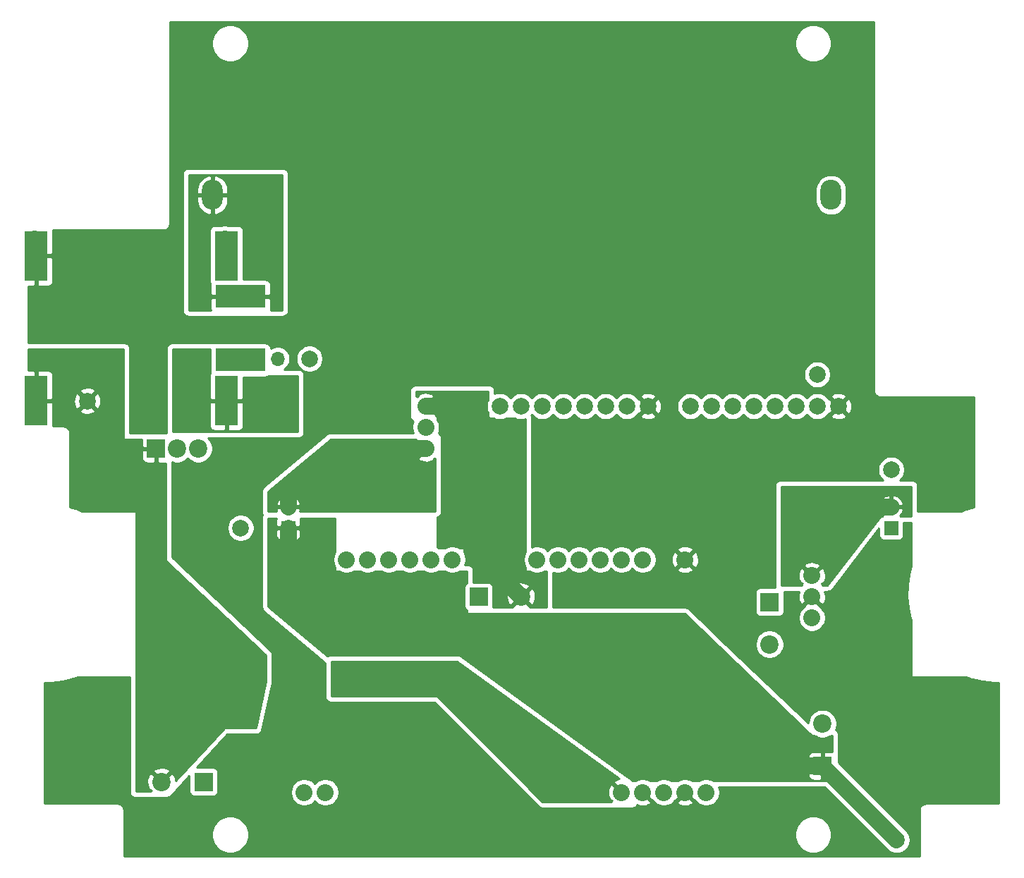
<source format=gbr>
G04 #@! TF.GenerationSoftware,KiCad,Pcbnew,5.1.5+dfsg1-2build2*
G04 #@! TF.CreationDate,2021-01-06T15:03:12+09:00*
G04 #@! TF.ProjectId,robot,726f626f-742e-46b6-9963-61645f706362,rev?*
G04 #@! TF.SameCoordinates,Original*
G04 #@! TF.FileFunction,Copper,L2,Bot*
G04 #@! TF.FilePolarity,Positive*
%FSLAX46Y46*%
G04 Gerber Fmt 4.6, Leading zero omitted, Abs format (unit mm)*
G04 Created by KiCad (PCBNEW 5.1.5+dfsg1-2build2) date 2021-01-06 15:03:12*
%MOMM*%
%LPD*%
G04 APERTURE LIST*
%ADD10O,2.500000X3.600000*%
%ADD11R,2.200000X2.200000*%
%ADD12C,2.200000*%
%ADD13C,2.032000*%
%ADD14R,2.800000X6.000000*%
%ADD15R,6.000000X2.800000*%
%ADD16C,2.000000*%
%ADD17O,1.700000X1.700000*%
%ADD18R,1.700000X1.700000*%
%ADD19C,1.600000*%
%ADD20C,2.000000*%
%ADD21C,0.254000*%
G04 APERTURE END LIST*
D10*
X-2125000Y-18200000D03*
X72125000Y-18200000D03*
D11*
X71120000Y-86745000D03*
D12*
X71120000Y-81665000D03*
D11*
X-3175000Y-88650000D03*
D12*
X-8255000Y-88650000D03*
D11*
X29845000Y-66425000D03*
D12*
X34925000Y-66425000D03*
D11*
X64770000Y-67060000D03*
D12*
X64770000Y-72140000D03*
D11*
X-8890000Y-48645000D03*
D12*
X-6350000Y-48645000D03*
X-3810000Y-48645000D03*
D13*
X54610000Y-89920000D03*
X49530000Y-89920000D03*
X54610000Y-61980000D03*
X49530000Y-61980000D03*
X46990000Y-61980000D03*
X44450000Y-61980000D03*
X41910000Y-61980000D03*
X39370000Y-61980000D03*
X36830000Y-61980000D03*
X26670000Y-61980000D03*
X24130000Y-61980000D03*
X21590000Y-61980000D03*
X19050000Y-61980000D03*
X16510000Y-61980000D03*
X13970000Y-61980000D03*
X8890000Y-89920000D03*
X11430000Y-89920000D03*
X46990000Y-89920000D03*
X52070000Y-89920000D03*
X57150000Y-89920000D03*
X69850000Y-63885000D03*
X69850000Y-66425000D03*
X69850000Y-68965000D03*
X23495000Y-48645000D03*
X23495000Y-46105000D03*
X23495000Y-43565000D03*
D14*
X-23300000Y-42885000D03*
X-23300000Y-25515000D03*
X-440000Y-42885000D03*
X-440000Y-25515000D03*
D15*
X1260000Y-38010000D03*
X1260000Y-30390000D03*
D16*
X55245000Y-43565000D03*
X57785000Y-43565000D03*
X60325000Y-43565000D03*
X62865000Y-43565000D03*
X65405000Y-43565000D03*
X67945000Y-43565000D03*
X70485000Y-43565000D03*
X73025000Y-43565000D03*
X32385000Y-43565000D03*
X34925000Y-43565000D03*
X37465000Y-43565000D03*
X40005000Y-43565000D03*
X42545000Y-43565000D03*
X45085000Y-43565000D03*
X47625000Y-43565000D03*
X50165000Y-43565000D03*
X-17145000Y-42930000D03*
D17*
X79375000Y-55630000D03*
D18*
X79375000Y-58170000D03*
D16*
X70485000Y-39755000D03*
D18*
X3175000Y-37850000D03*
D17*
X5715000Y-37850000D03*
D18*
X6985000Y-58170000D03*
D17*
X6985000Y-55630000D03*
D16*
X79375000Y-51185000D03*
X1270000Y-58170000D03*
X80010000Y-95635000D03*
X9525000Y-37850000D03*
D19*
X2540000Y-74680000D03*
X2540000Y-77220000D03*
X1905000Y-80395000D03*
X-15240000Y-48010000D03*
X-15240000Y-52455000D03*
X-10160000Y-54360000D03*
X-10160000Y-62615000D03*
X-9525000Y-72140000D03*
X-9525000Y-83570000D03*
X-14605000Y-38485000D03*
X-635000Y-44835000D03*
X-635000Y-42930000D03*
X-635000Y-41025000D03*
X3175000Y-41660000D03*
X6985000Y-43565000D03*
X3175000Y-45470000D03*
X-635000Y-27055000D03*
X-635000Y-25150000D03*
X-635000Y-23245000D03*
X-23495000Y-27055000D03*
X-23495000Y-25150000D03*
X-23495000Y-23245000D03*
X-20955000Y-77855000D03*
X-17145000Y-79760000D03*
X-13970000Y-77855000D03*
X7620000Y-83570000D03*
X6350000Y-88015000D03*
X15240000Y-88015000D03*
X20955000Y-88015000D03*
X7620000Y-1020000D03*
X0Y-8640000D03*
X7620000Y-8640000D03*
X15240000Y-8640000D03*
X22860000Y-8640000D03*
X30480000Y-8640000D03*
X38100000Y-8640000D03*
X45720000Y-8640000D03*
X53340000Y-8640000D03*
X60960000Y-8640000D03*
X68580000Y-8640000D03*
X15240000Y-1020000D03*
X22860000Y-1020000D03*
X30480000Y-1020000D03*
X38100000Y-1020000D03*
X45720000Y-1020000D03*
X53340000Y-1020000D03*
X60960000Y-1020000D03*
X15240000Y-16260000D03*
X22860000Y-16260000D03*
X10160000Y-23880000D03*
X-17780000Y-26420000D03*
X-15240000Y-31500000D03*
X-10160000Y-26420000D03*
X15240000Y-44200000D03*
X22860000Y-36580000D03*
X33020000Y-28960000D03*
X33020000Y-36580000D03*
X40640000Y-36580000D03*
X40640000Y-28960000D03*
X48260000Y-28960000D03*
X55880000Y-28960000D03*
X63500000Y-28960000D03*
X71120000Y-28960000D03*
X76200000Y-26420000D03*
X76200000Y-18800000D03*
X76200000Y-11180000D03*
X73660000Y-3560000D03*
X-5080000Y-6100000D03*
X-2540000Y-34040000D03*
X3175000Y-50550000D03*
X1905000Y-63885000D03*
X8255000Y-74045000D03*
X25400000Y-83570000D03*
X29845000Y-88650000D03*
X13970000Y-75950000D03*
X17145000Y-75950000D03*
D20*
X23495000Y-43565000D02*
X24931840Y-43565000D01*
X33020000Y-64520000D02*
X34925000Y-66425000D01*
X33020000Y-51653160D02*
X33020000Y-64520000D01*
X24931840Y-43565000D02*
X33020000Y-51653160D01*
X68120000Y-86745000D02*
X71120000Y-86745000D01*
X50975000Y-69600000D02*
X68120000Y-86745000D01*
X15565000Y-69600000D02*
X50975000Y-69600000D01*
X6985000Y-61020000D02*
X15565000Y-69600000D01*
X6985000Y-58170000D02*
X6985000Y-61020000D01*
X71120000Y-86745000D02*
X80010000Y-95635000D01*
X78105000Y-55630000D02*
X79375000Y-55630000D01*
X12767919Y-48645000D02*
X23495000Y-48645000D01*
X6985000Y-54427919D02*
X12767919Y-48645000D01*
X6985000Y-55630000D02*
X6985000Y-54427919D01*
D21*
G36*
X77265001Y-41663885D02*
G01*
X77261444Y-41700000D01*
X77275635Y-41844085D01*
X77317663Y-41982633D01*
X77385913Y-42110320D01*
X77477762Y-42222238D01*
X77589680Y-42314087D01*
X77717367Y-42382337D01*
X77855915Y-42424365D01*
X77963895Y-42435000D01*
X78000000Y-42438556D01*
X78036105Y-42435000D01*
X89265000Y-42435000D01*
X89265001Y-55634435D01*
X88347751Y-55906819D01*
X88261093Y-55938599D01*
X88261091Y-55938600D01*
X87807688Y-56138000D01*
X82550000Y-56138000D01*
X82550000Y-53090000D01*
X82537799Y-52966118D01*
X82501664Y-52846996D01*
X82442983Y-52737213D01*
X82364013Y-52640987D01*
X82267787Y-52562017D01*
X82158004Y-52503336D01*
X82038882Y-52467201D01*
X81915000Y-52455000D01*
X80417233Y-52455000D01*
X80417252Y-52454987D01*
X80644987Y-52227252D01*
X80823918Y-51959463D01*
X80947168Y-51661912D01*
X81010000Y-51346033D01*
X81010000Y-51023967D01*
X80947168Y-50708088D01*
X80823918Y-50410537D01*
X80644987Y-50142748D01*
X80417252Y-49915013D01*
X80149463Y-49736082D01*
X79851912Y-49612832D01*
X79536033Y-49550000D01*
X79213967Y-49550000D01*
X78898088Y-49612832D01*
X78600537Y-49736082D01*
X78332748Y-49915013D01*
X78105013Y-50142748D01*
X77926082Y-50410537D01*
X77802832Y-50708088D01*
X77740000Y-51023967D01*
X77740000Y-51346033D01*
X77802832Y-51661912D01*
X77926082Y-51959463D01*
X78105013Y-52227252D01*
X78332748Y-52454987D01*
X78332767Y-52455000D01*
X66040000Y-52455000D01*
X65916118Y-52467201D01*
X65796996Y-52503336D01*
X65687213Y-52562017D01*
X65590987Y-52640987D01*
X65512017Y-52737213D01*
X65453336Y-52846996D01*
X65417201Y-52966118D01*
X65405000Y-53090000D01*
X65405000Y-65155000D01*
X65417201Y-65278882D01*
X65430259Y-65321928D01*
X63670000Y-65321928D01*
X63545518Y-65334188D01*
X63425820Y-65370498D01*
X63315506Y-65429463D01*
X63218815Y-65508815D01*
X63139463Y-65605506D01*
X63080498Y-65715820D01*
X63044188Y-65835518D01*
X63031928Y-65960000D01*
X63031928Y-68160000D01*
X63044188Y-68284482D01*
X63080498Y-68404180D01*
X63139463Y-68514494D01*
X63218815Y-68611185D01*
X63315506Y-68690537D01*
X63425820Y-68749502D01*
X63545518Y-68785812D01*
X63670000Y-68798072D01*
X65870000Y-68798072D01*
X65994482Y-68785812D01*
X66114180Y-68749502D01*
X66224494Y-68690537D01*
X66321185Y-68611185D01*
X66400537Y-68514494D01*
X66459502Y-68404180D01*
X66495812Y-68284482D01*
X66508072Y-68160000D01*
X66508072Y-65960000D01*
X66495812Y-65835518D01*
X66482004Y-65790000D01*
X68322834Y-65790000D01*
X68294652Y-65847821D01*
X68211936Y-66162344D01*
X68192169Y-66486962D01*
X68236112Y-66809198D01*
X68342076Y-67116670D01*
X68437140Y-67294522D01*
X68703177Y-67392218D01*
X69670395Y-66425000D01*
X69656253Y-66410858D01*
X69835858Y-66231253D01*
X69850000Y-66245395D01*
X69864143Y-66231253D01*
X70043748Y-66410858D01*
X70029605Y-66425000D01*
X70996823Y-67392218D01*
X71262860Y-67294522D01*
X71405348Y-67002179D01*
X71488064Y-66687656D01*
X71507831Y-66363038D01*
X71463888Y-66040802D01*
X71377454Y-65790000D01*
X71755000Y-65790000D01*
X71837130Y-65784666D01*
X71958394Y-65756545D01*
X72071841Y-65705306D01*
X72173113Y-65632919D01*
X72258316Y-65542166D01*
X77886928Y-58224970D01*
X77886928Y-59020000D01*
X77899188Y-59144482D01*
X77935498Y-59264180D01*
X77994463Y-59374494D01*
X78073815Y-59471185D01*
X78170506Y-59550537D01*
X78280820Y-59609502D01*
X78400518Y-59645812D01*
X78525000Y-59658072D01*
X80225000Y-59658072D01*
X80349482Y-59645812D01*
X80469180Y-59609502D01*
X80579494Y-59550537D01*
X80676185Y-59471185D01*
X80755537Y-59374494D01*
X80814502Y-59264180D01*
X80850812Y-59144482D01*
X80863072Y-59020000D01*
X80863072Y-57535000D01*
X81788000Y-57535000D01*
X81788000Y-62736011D01*
X81521074Y-63675499D01*
X81501472Y-63765696D01*
X81312365Y-65007187D01*
X81304223Y-65099129D01*
X81272208Y-66354531D01*
X81275653Y-66446769D01*
X81401234Y-67696284D01*
X81416213Y-67787363D01*
X81697410Y-69011286D01*
X81723685Y-69099769D01*
X81788000Y-69275147D01*
X81788000Y-75950000D01*
X81790440Y-75974776D01*
X81797667Y-75998601D01*
X81809403Y-76020557D01*
X81825197Y-76039803D01*
X81844443Y-76055597D01*
X81866399Y-76067333D01*
X81890224Y-76074560D01*
X81915000Y-76077000D01*
X88356219Y-76077000D01*
X89022110Y-76312292D01*
X89110898Y-76337518D01*
X90338060Y-76604204D01*
X90338063Y-76604205D01*
X90429313Y-76618105D01*
X91680228Y-76728885D01*
X91772500Y-76731238D01*
X91772501Y-76731238D01*
X92265000Y-76712842D01*
X92265001Y-91265000D01*
X83536105Y-91265000D01*
X83500000Y-91261444D01*
X83463895Y-91265000D01*
X83355915Y-91275635D01*
X83217367Y-91317663D01*
X83089680Y-91385913D01*
X82977762Y-91477762D01*
X82885913Y-91589680D01*
X82817663Y-91717367D01*
X82775635Y-91855915D01*
X82761444Y-92000000D01*
X82765000Y-92036104D01*
X82765001Y-97565000D01*
X-12765000Y-97565000D01*
X-12765000Y-94779872D01*
X-2235000Y-94779872D01*
X-2235000Y-95220128D01*
X-2149110Y-95651925D01*
X-1980631Y-96058669D01*
X-1736038Y-96424729D01*
X-1424729Y-96736038D01*
X-1058669Y-96980631D01*
X-651925Y-97149110D01*
X-220128Y-97235000D01*
X220128Y-97235000D01*
X651925Y-97149110D01*
X1058669Y-96980631D01*
X1424729Y-96736038D01*
X1736038Y-96424729D01*
X1980631Y-96058669D01*
X2149110Y-95651925D01*
X2235000Y-95220128D01*
X2235000Y-94779872D01*
X67765000Y-94779872D01*
X67765000Y-95220128D01*
X67850890Y-95651925D01*
X68019369Y-96058669D01*
X68263962Y-96424729D01*
X68575271Y-96736038D01*
X68941331Y-96980631D01*
X69348075Y-97149110D01*
X69779872Y-97235000D01*
X70220128Y-97235000D01*
X70651925Y-97149110D01*
X71058669Y-96980631D01*
X71424729Y-96736038D01*
X71736038Y-96424729D01*
X71980631Y-96058669D01*
X72149110Y-95651925D01*
X72235000Y-95220128D01*
X72235000Y-94779872D01*
X72149110Y-94348075D01*
X71980631Y-93941331D01*
X71736038Y-93575271D01*
X71424729Y-93263962D01*
X71058669Y-93019369D01*
X70651925Y-92850890D01*
X70220128Y-92765000D01*
X69779872Y-92765000D01*
X69348075Y-92850890D01*
X68941331Y-93019369D01*
X68575271Y-93263962D01*
X68263962Y-93575271D01*
X68019369Y-93941331D01*
X67850890Y-94348075D01*
X67765000Y-94779872D01*
X2235000Y-94779872D01*
X2149110Y-94348075D01*
X1980631Y-93941331D01*
X1736038Y-93575271D01*
X1424729Y-93263962D01*
X1058669Y-93019369D01*
X651925Y-92850890D01*
X220128Y-92765000D01*
X-220128Y-92765000D01*
X-651925Y-92850890D01*
X-1058669Y-93019369D01*
X-1424729Y-93263962D01*
X-1736038Y-93575271D01*
X-1980631Y-93941331D01*
X-2149110Y-94348075D01*
X-2235000Y-94779872D01*
X-12765000Y-94779872D01*
X-12765000Y-92036104D01*
X-12761444Y-92000000D01*
X-12775635Y-91855915D01*
X-12817663Y-91717367D01*
X-12885913Y-91589680D01*
X-12977762Y-91477762D01*
X-13089680Y-91385913D01*
X-13217367Y-91317663D01*
X-13355915Y-91275635D01*
X-13463895Y-91265000D01*
X-13500000Y-91261444D01*
X-13536105Y-91265000D01*
X-22265000Y-91265000D01*
X-22265000Y-76712745D01*
X-21509967Y-76722457D01*
X-21509966Y-76722457D01*
X-21417779Y-76717847D01*
X-21417777Y-76717847D01*
X-20169951Y-76576490D01*
X-20079068Y-76560362D01*
X-18858796Y-76263725D01*
X-18770652Y-76236333D01*
X-18352591Y-76077000D01*
X-12065000Y-76077000D01*
X-12065000Y-89920000D01*
X-12052799Y-90043882D01*
X-12016664Y-90163004D01*
X-11957983Y-90272787D01*
X-11879013Y-90369013D01*
X-11782787Y-90447983D01*
X-11673004Y-90506664D01*
X-11553882Y-90542799D01*
X-11430000Y-90555000D01*
X-7620000Y-90555000D01*
X-7469182Y-90536830D01*
X-7351742Y-90495554D01*
X-7244612Y-90432161D01*
X-7151907Y-90349085D01*
X-4913072Y-87906720D01*
X-4913072Y-89750000D01*
X-4900812Y-89874482D01*
X-4864502Y-89994180D01*
X-4805537Y-90104494D01*
X-4726185Y-90201185D01*
X-4629494Y-90280537D01*
X-4519180Y-90339502D01*
X-4399482Y-90375812D01*
X-4275000Y-90388072D01*
X-2075000Y-90388072D01*
X-1950518Y-90375812D01*
X-1830820Y-90339502D01*
X-1720506Y-90280537D01*
X-1623815Y-90201185D01*
X-1544463Y-90104494D01*
X-1485498Y-89994180D01*
X-1449188Y-89874482D01*
X-1437656Y-89757391D01*
X7239000Y-89757391D01*
X7239000Y-90082609D01*
X7302447Y-90401579D01*
X7426903Y-90702042D01*
X7607585Y-90972451D01*
X7837549Y-91202415D01*
X8107958Y-91383097D01*
X8408421Y-91507553D01*
X8727391Y-91571000D01*
X9052609Y-91571000D01*
X9371579Y-91507553D01*
X9672042Y-91383097D01*
X9942451Y-91202415D01*
X10160000Y-90984866D01*
X10377549Y-91202415D01*
X10647958Y-91383097D01*
X10948421Y-91507553D01*
X11267391Y-91571000D01*
X11592609Y-91571000D01*
X11911579Y-91507553D01*
X12212042Y-91383097D01*
X12482451Y-91202415D01*
X12712415Y-90972451D01*
X12893097Y-90702042D01*
X13017553Y-90401579D01*
X13081000Y-90082609D01*
X13081000Y-89757391D01*
X13017553Y-89438421D01*
X12893097Y-89137958D01*
X12712415Y-88867549D01*
X12482451Y-88637585D01*
X12212042Y-88456903D01*
X11911579Y-88332447D01*
X11592609Y-88269000D01*
X11267391Y-88269000D01*
X10948421Y-88332447D01*
X10647958Y-88456903D01*
X10377549Y-88637585D01*
X10160000Y-88855134D01*
X9942451Y-88637585D01*
X9672042Y-88456903D01*
X9371579Y-88332447D01*
X9052609Y-88269000D01*
X8727391Y-88269000D01*
X8408421Y-88332447D01*
X8107958Y-88456903D01*
X7837549Y-88637585D01*
X7607585Y-88867549D01*
X7426903Y-89137958D01*
X7302447Y-89438421D01*
X7239000Y-89757391D01*
X-1437656Y-89757391D01*
X-1436928Y-89750000D01*
X-1436928Y-87550000D01*
X-1449188Y-87425518D01*
X-1485498Y-87305820D01*
X-1544463Y-87195506D01*
X-1623815Y-87098815D01*
X-1720506Y-87019463D01*
X-1830820Y-86960498D01*
X-1950518Y-86924188D01*
X-2075000Y-86911928D01*
X-4001180Y-86911928D01*
X-355662Y-82935000D01*
X3175000Y-82935000D01*
X3284952Y-82925408D01*
X3404851Y-82891941D01*
X3515916Y-82835725D01*
X3613880Y-82758922D01*
X3694978Y-82664483D01*
X3756094Y-82556036D01*
X3794879Y-82437751D01*
X5064879Y-76722751D01*
X5080000Y-76585000D01*
X5080000Y-73410000D01*
X5064224Y-73269337D01*
X5024884Y-73151235D01*
X4963259Y-73043077D01*
X4881718Y-72949020D01*
X-6985000Y-61706866D01*
X-6985000Y-58008967D01*
X-365000Y-58008967D01*
X-365000Y-58331033D01*
X-302168Y-58646912D01*
X-178918Y-58944463D01*
X13Y-59212252D01*
X227748Y-59439987D01*
X495537Y-59618918D01*
X793088Y-59742168D01*
X1108967Y-59805000D01*
X1431033Y-59805000D01*
X1746912Y-59742168D01*
X2044463Y-59618918D01*
X2312252Y-59439987D01*
X2539987Y-59212252D01*
X2718918Y-58944463D01*
X2842168Y-58646912D01*
X2905000Y-58331033D01*
X2905000Y-58008967D01*
X2842168Y-57693088D01*
X2718918Y-57395537D01*
X2539987Y-57127748D01*
X2312252Y-56900013D01*
X2044463Y-56721082D01*
X1746912Y-56597832D01*
X1431033Y-56535000D01*
X1108967Y-56535000D01*
X793088Y-56597832D01*
X495537Y-56721082D01*
X227748Y-56900013D01*
X13Y-57127748D01*
X-178918Y-57395537D01*
X-302168Y-57693088D01*
X-365000Y-58008967D01*
X-6985000Y-58008967D01*
X-6985000Y-53725000D01*
X3810000Y-53725000D01*
X3810000Y-56265000D01*
X3822201Y-56388882D01*
X3858336Y-56508004D01*
X3898155Y-56582500D01*
X3858336Y-56656996D01*
X3822201Y-56776118D01*
X3810000Y-56900000D01*
X3810000Y-67695000D01*
X3835975Y-67874759D01*
X3882746Y-67990120D01*
X3951125Y-68094140D01*
X4038483Y-68182821D01*
X11430000Y-74342419D01*
X11430000Y-78490000D01*
X11442201Y-78613882D01*
X11478336Y-78733004D01*
X11537017Y-78842787D01*
X11615987Y-78939013D01*
X11712213Y-79017983D01*
X11821996Y-79076664D01*
X11941118Y-79112799D01*
X12065000Y-79125000D01*
X24501974Y-79125000D01*
X37015987Y-91639013D01*
X37112213Y-91717983D01*
X37221996Y-91776664D01*
X37341118Y-91812799D01*
X37465000Y-91825000D01*
X48260000Y-91825000D01*
X48383882Y-91812799D01*
X48503004Y-91776664D01*
X48612787Y-91717983D01*
X48709013Y-91639013D01*
X48787983Y-91542787D01*
X48846664Y-91433004D01*
X48849147Y-91424817D01*
X48952821Y-91475348D01*
X49267344Y-91558064D01*
X49591962Y-91577831D01*
X49914198Y-91533888D01*
X50221670Y-91427924D01*
X50399522Y-91332860D01*
X50497218Y-91066823D01*
X49530000Y-90099605D01*
X49515858Y-90113748D01*
X49336253Y-89934143D01*
X49350395Y-89920000D01*
X49336253Y-89905858D01*
X49515858Y-89726253D01*
X49530000Y-89740395D01*
X49544143Y-89726253D01*
X49723748Y-89905858D01*
X49709605Y-89920000D01*
X50676823Y-90887218D01*
X50720032Y-90871351D01*
X50787585Y-90972451D01*
X51017549Y-91202415D01*
X51287958Y-91383097D01*
X51588421Y-91507553D01*
X51907391Y-91571000D01*
X52232609Y-91571000D01*
X52551579Y-91507553D01*
X52852042Y-91383097D01*
X53122451Y-91202415D01*
X53258043Y-91066823D01*
X53642782Y-91066823D01*
X53740478Y-91332860D01*
X54032821Y-91475348D01*
X54347344Y-91558064D01*
X54671962Y-91577831D01*
X54994198Y-91533888D01*
X55301670Y-91427924D01*
X55479522Y-91332860D01*
X55577218Y-91066823D01*
X54610000Y-90099605D01*
X53642782Y-91066823D01*
X53258043Y-91066823D01*
X53352415Y-90972451D01*
X53419968Y-90871351D01*
X53463177Y-90887218D01*
X54430395Y-89920000D01*
X54416253Y-89905858D01*
X54595858Y-89726253D01*
X54610000Y-89740395D01*
X54624143Y-89726253D01*
X54803748Y-89905858D01*
X54789605Y-89920000D01*
X55756823Y-90887218D01*
X55800032Y-90871351D01*
X55867585Y-90972451D01*
X56097549Y-91202415D01*
X56367958Y-91383097D01*
X56668421Y-91507553D01*
X56987391Y-91571000D01*
X57312609Y-91571000D01*
X57631579Y-91507553D01*
X57932042Y-91383097D01*
X58202451Y-91202415D01*
X58432415Y-90972451D01*
X58613097Y-90702042D01*
X58737553Y-90401579D01*
X58801000Y-90082609D01*
X58801000Y-89757391D01*
X58737553Y-89438421D01*
X58674004Y-89285000D01*
X71347762Y-89285000D01*
X78910676Y-96847916D01*
X78910682Y-96847921D01*
X78967748Y-96904987D01*
X79034855Y-96949826D01*
X79097247Y-97001030D01*
X79168428Y-97039077D01*
X79235537Y-97083918D01*
X79310103Y-97114804D01*
X79381285Y-97152852D01*
X79458522Y-97176282D01*
X79533088Y-97207168D01*
X79612247Y-97222914D01*
X79689483Y-97246343D01*
X79769807Y-97254254D01*
X79848967Y-97270000D01*
X79929678Y-97270000D01*
X80010000Y-97277911D01*
X80090322Y-97270000D01*
X80171033Y-97270000D01*
X80250193Y-97254254D01*
X80330516Y-97246343D01*
X80407751Y-97222914D01*
X80486912Y-97207168D01*
X80561479Y-97176281D01*
X80638715Y-97152852D01*
X80709896Y-97114805D01*
X80784463Y-97083918D01*
X80851575Y-97039075D01*
X80922752Y-97001030D01*
X80985138Y-96949831D01*
X81052252Y-96904987D01*
X81109328Y-96847911D01*
X81171713Y-96796713D01*
X81222911Y-96734328D01*
X81279987Y-96677252D01*
X81324831Y-96610138D01*
X81376030Y-96547752D01*
X81414075Y-96476575D01*
X81458918Y-96409463D01*
X81489805Y-96334896D01*
X81527852Y-96263715D01*
X81551281Y-96186479D01*
X81582168Y-96111912D01*
X81597914Y-96032751D01*
X81621343Y-95955516D01*
X81629254Y-95875193D01*
X81645000Y-95796033D01*
X81645000Y-95715322D01*
X81652911Y-95635000D01*
X81645000Y-95554678D01*
X81645000Y-95473967D01*
X81629254Y-95394807D01*
X81621343Y-95314483D01*
X81597914Y-95237247D01*
X81582168Y-95158088D01*
X81551282Y-95083522D01*
X81527852Y-95006285D01*
X81489804Y-94935103D01*
X81458918Y-94860537D01*
X81414077Y-94793428D01*
X81376030Y-94722247D01*
X81324826Y-94659855D01*
X81279987Y-94592748D01*
X81222921Y-94535682D01*
X81222916Y-94535676D01*
X73025000Y-86337762D01*
X73025000Y-82935000D01*
X73012799Y-82811118D01*
X72976664Y-82691996D01*
X72917983Y-82582213D01*
X72839013Y-82485987D01*
X72742787Y-82407017D01*
X72700058Y-82384177D01*
X72788325Y-82171081D01*
X72855000Y-81835883D01*
X72855000Y-81494117D01*
X72788325Y-81158919D01*
X72657537Y-80843169D01*
X72467663Y-80559002D01*
X72225998Y-80317337D01*
X71941831Y-80127463D01*
X71626081Y-79996675D01*
X71290883Y-79930000D01*
X70949117Y-79930000D01*
X70613919Y-79996675D01*
X70298169Y-80127463D01*
X70014002Y-80317337D01*
X69772337Y-80559002D01*
X69582463Y-80843169D01*
X69451675Y-81158919D01*
X69385000Y-81494117D01*
X69385000Y-81609859D01*
X59325096Y-71969117D01*
X63035000Y-71969117D01*
X63035000Y-72310883D01*
X63101675Y-72646081D01*
X63232463Y-72961831D01*
X63422337Y-73245998D01*
X63664002Y-73487663D01*
X63948169Y-73677537D01*
X64263919Y-73808325D01*
X64599117Y-73875000D01*
X64940883Y-73875000D01*
X65276081Y-73808325D01*
X65591831Y-73677537D01*
X65875998Y-73487663D01*
X66117663Y-73245998D01*
X66307537Y-72961831D01*
X66438325Y-72646081D01*
X66505000Y-72310883D01*
X66505000Y-71969117D01*
X66438325Y-71633919D01*
X66307537Y-71318169D01*
X66117663Y-71034002D01*
X65875998Y-70792337D01*
X65591831Y-70602463D01*
X65276081Y-70471675D01*
X64940883Y-70405000D01*
X64599117Y-70405000D01*
X64263919Y-70471675D01*
X63948169Y-70602463D01*
X63664002Y-70792337D01*
X63422337Y-71034002D01*
X63232463Y-71318169D01*
X63101675Y-71633919D01*
X63035000Y-71969117D01*
X59325096Y-71969117D01*
X56020686Y-68802391D01*
X68199000Y-68802391D01*
X68199000Y-69127609D01*
X68262447Y-69446579D01*
X68386903Y-69747042D01*
X68567585Y-70017451D01*
X68797549Y-70247415D01*
X69067958Y-70428097D01*
X69368421Y-70552553D01*
X69687391Y-70616000D01*
X70012609Y-70616000D01*
X70331579Y-70552553D01*
X70632042Y-70428097D01*
X70902451Y-70247415D01*
X71132415Y-70017451D01*
X71313097Y-69747042D01*
X71437553Y-69446579D01*
X71501000Y-69127609D01*
X71501000Y-68802391D01*
X71437553Y-68483421D01*
X71313097Y-68182958D01*
X71132415Y-67912549D01*
X70902451Y-67682585D01*
X70801351Y-67615032D01*
X70817218Y-67571823D01*
X69850000Y-66604605D01*
X68882782Y-67571823D01*
X68898649Y-67615032D01*
X68797549Y-67682585D01*
X68567585Y-67912549D01*
X68386903Y-68182958D01*
X68262447Y-68483421D01*
X68199000Y-68802391D01*
X56020686Y-68802391D01*
X55049360Y-67871537D01*
X54962787Y-67802017D01*
X54853004Y-67743336D01*
X54733882Y-67707201D01*
X54610000Y-67695000D01*
X38735000Y-67695000D01*
X38735000Y-63504004D01*
X38888421Y-63567553D01*
X39207391Y-63631000D01*
X39532609Y-63631000D01*
X39851579Y-63567553D01*
X40152042Y-63443097D01*
X40422451Y-63262415D01*
X40640000Y-63044866D01*
X40857549Y-63262415D01*
X41127958Y-63443097D01*
X41428421Y-63567553D01*
X41747391Y-63631000D01*
X42072609Y-63631000D01*
X42391579Y-63567553D01*
X42692042Y-63443097D01*
X42962451Y-63262415D01*
X43180000Y-63044866D01*
X43397549Y-63262415D01*
X43667958Y-63443097D01*
X43968421Y-63567553D01*
X44287391Y-63631000D01*
X44612609Y-63631000D01*
X44931579Y-63567553D01*
X45232042Y-63443097D01*
X45502451Y-63262415D01*
X45720000Y-63044866D01*
X45937549Y-63262415D01*
X46207958Y-63443097D01*
X46508421Y-63567553D01*
X46827391Y-63631000D01*
X47152609Y-63631000D01*
X47471579Y-63567553D01*
X47772042Y-63443097D01*
X48042451Y-63262415D01*
X48260000Y-63044866D01*
X48477549Y-63262415D01*
X48747958Y-63443097D01*
X49048421Y-63567553D01*
X49367391Y-63631000D01*
X49692609Y-63631000D01*
X50011579Y-63567553D01*
X50312042Y-63443097D01*
X50582451Y-63262415D01*
X50718043Y-63126823D01*
X53642782Y-63126823D01*
X53740478Y-63392860D01*
X54032821Y-63535348D01*
X54347344Y-63618064D01*
X54671962Y-63637831D01*
X54994198Y-63593888D01*
X55301670Y-63487924D01*
X55479522Y-63392860D01*
X55577218Y-63126823D01*
X54610000Y-62159605D01*
X53642782Y-63126823D01*
X50718043Y-63126823D01*
X50812415Y-63032451D01*
X50993097Y-62762042D01*
X51117553Y-62461579D01*
X51181000Y-62142609D01*
X51181000Y-62041962D01*
X52952169Y-62041962D01*
X52996112Y-62364198D01*
X53102076Y-62671670D01*
X53197140Y-62849522D01*
X53463177Y-62947218D01*
X54430395Y-61980000D01*
X54789605Y-61980000D01*
X55756823Y-62947218D01*
X56022860Y-62849522D01*
X56165348Y-62557179D01*
X56248064Y-62242656D01*
X56267831Y-61918038D01*
X56223888Y-61595802D01*
X56117924Y-61288330D01*
X56022860Y-61110478D01*
X55756823Y-61012782D01*
X54789605Y-61980000D01*
X54430395Y-61980000D01*
X53463177Y-61012782D01*
X53197140Y-61110478D01*
X53054652Y-61402821D01*
X52971936Y-61717344D01*
X52952169Y-62041962D01*
X51181000Y-62041962D01*
X51181000Y-61817391D01*
X51117553Y-61498421D01*
X50993097Y-61197958D01*
X50812415Y-60927549D01*
X50718043Y-60833177D01*
X53642782Y-60833177D01*
X54610000Y-61800395D01*
X55577218Y-60833177D01*
X55479522Y-60567140D01*
X55187179Y-60424652D01*
X54872656Y-60341936D01*
X54548038Y-60322169D01*
X54225802Y-60366112D01*
X53918330Y-60472076D01*
X53740478Y-60567140D01*
X53642782Y-60833177D01*
X50718043Y-60833177D01*
X50582451Y-60697585D01*
X50312042Y-60516903D01*
X50011579Y-60392447D01*
X49692609Y-60329000D01*
X49367391Y-60329000D01*
X49048421Y-60392447D01*
X48747958Y-60516903D01*
X48477549Y-60697585D01*
X48260000Y-60915134D01*
X48042451Y-60697585D01*
X47772042Y-60516903D01*
X47471579Y-60392447D01*
X47152609Y-60329000D01*
X46827391Y-60329000D01*
X46508421Y-60392447D01*
X46207958Y-60516903D01*
X45937549Y-60697585D01*
X45720000Y-60915134D01*
X45502451Y-60697585D01*
X45232042Y-60516903D01*
X44931579Y-60392447D01*
X44612609Y-60329000D01*
X44287391Y-60329000D01*
X43968421Y-60392447D01*
X43667958Y-60516903D01*
X43397549Y-60697585D01*
X43180000Y-60915134D01*
X42962451Y-60697585D01*
X42692042Y-60516903D01*
X42391579Y-60392447D01*
X42072609Y-60329000D01*
X41747391Y-60329000D01*
X41428421Y-60392447D01*
X41127958Y-60516903D01*
X40857549Y-60697585D01*
X40640000Y-60915134D01*
X40422451Y-60697585D01*
X40152042Y-60516903D01*
X39851579Y-60392447D01*
X39532609Y-60329000D01*
X39207391Y-60329000D01*
X38888421Y-60392447D01*
X38587958Y-60516903D01*
X38317549Y-60697585D01*
X38100000Y-60915134D01*
X37882451Y-60697585D01*
X37612042Y-60516903D01*
X37311579Y-60392447D01*
X36992609Y-60329000D01*
X36667391Y-60329000D01*
X36348421Y-60392447D01*
X36195000Y-60455996D01*
X36195000Y-44835000D01*
X36182799Y-44711118D01*
X36161462Y-44640777D01*
X36194987Y-44607252D01*
X36195000Y-44607233D01*
X36195013Y-44607252D01*
X36422748Y-44834987D01*
X36690537Y-45013918D01*
X36988088Y-45137168D01*
X37303967Y-45200000D01*
X37626033Y-45200000D01*
X37941912Y-45137168D01*
X38239463Y-45013918D01*
X38507252Y-44834987D01*
X38734987Y-44607252D01*
X38735000Y-44607233D01*
X38735013Y-44607252D01*
X38962748Y-44834987D01*
X39230537Y-45013918D01*
X39528088Y-45137168D01*
X39843967Y-45200000D01*
X40166033Y-45200000D01*
X40481912Y-45137168D01*
X40779463Y-45013918D01*
X41047252Y-44834987D01*
X41274987Y-44607252D01*
X41275000Y-44607233D01*
X41275013Y-44607252D01*
X41502748Y-44834987D01*
X41770537Y-45013918D01*
X42068088Y-45137168D01*
X42383967Y-45200000D01*
X42706033Y-45200000D01*
X43021912Y-45137168D01*
X43319463Y-45013918D01*
X43587252Y-44834987D01*
X43814987Y-44607252D01*
X43815000Y-44607233D01*
X43815013Y-44607252D01*
X44042748Y-44834987D01*
X44310537Y-45013918D01*
X44608088Y-45137168D01*
X44923967Y-45200000D01*
X45246033Y-45200000D01*
X45561912Y-45137168D01*
X45859463Y-45013918D01*
X46127252Y-44834987D01*
X46354987Y-44607252D01*
X46355000Y-44607233D01*
X46355013Y-44607252D01*
X46582748Y-44834987D01*
X46850537Y-45013918D01*
X47148088Y-45137168D01*
X47463967Y-45200000D01*
X47786033Y-45200000D01*
X48101912Y-45137168D01*
X48399463Y-45013918D01*
X48667252Y-44834987D01*
X48801826Y-44700413D01*
X49209192Y-44700413D01*
X49304956Y-44964814D01*
X49594571Y-45105704D01*
X49906108Y-45187384D01*
X50227595Y-45206718D01*
X50546675Y-45162961D01*
X50851088Y-45057795D01*
X51025044Y-44964814D01*
X51120808Y-44700413D01*
X50165000Y-43744605D01*
X49209192Y-44700413D01*
X48801826Y-44700413D01*
X48894987Y-44607252D01*
X48967720Y-44498400D01*
X49029587Y-44520808D01*
X49985395Y-43565000D01*
X50344605Y-43565000D01*
X51300413Y-44520808D01*
X51564814Y-44425044D01*
X51705704Y-44135429D01*
X51787384Y-43823892D01*
X51806718Y-43502405D01*
X51793219Y-43403967D01*
X53610000Y-43403967D01*
X53610000Y-43726033D01*
X53672832Y-44041912D01*
X53796082Y-44339463D01*
X53975013Y-44607252D01*
X54202748Y-44834987D01*
X54470537Y-45013918D01*
X54768088Y-45137168D01*
X55083967Y-45200000D01*
X55406033Y-45200000D01*
X55721912Y-45137168D01*
X56019463Y-45013918D01*
X56287252Y-44834987D01*
X56514987Y-44607252D01*
X56515000Y-44607233D01*
X56515013Y-44607252D01*
X56742748Y-44834987D01*
X57010537Y-45013918D01*
X57308088Y-45137168D01*
X57623967Y-45200000D01*
X57946033Y-45200000D01*
X58261912Y-45137168D01*
X58559463Y-45013918D01*
X58827252Y-44834987D01*
X59054987Y-44607252D01*
X59055000Y-44607233D01*
X59055013Y-44607252D01*
X59282748Y-44834987D01*
X59550537Y-45013918D01*
X59848088Y-45137168D01*
X60163967Y-45200000D01*
X60486033Y-45200000D01*
X60801912Y-45137168D01*
X61099463Y-45013918D01*
X61367252Y-44834987D01*
X61594987Y-44607252D01*
X61595000Y-44607233D01*
X61595013Y-44607252D01*
X61822748Y-44834987D01*
X62090537Y-45013918D01*
X62388088Y-45137168D01*
X62703967Y-45200000D01*
X63026033Y-45200000D01*
X63341912Y-45137168D01*
X63639463Y-45013918D01*
X63907252Y-44834987D01*
X64134987Y-44607252D01*
X64135000Y-44607233D01*
X64135013Y-44607252D01*
X64362748Y-44834987D01*
X64630537Y-45013918D01*
X64928088Y-45137168D01*
X65243967Y-45200000D01*
X65566033Y-45200000D01*
X65881912Y-45137168D01*
X66179463Y-45013918D01*
X66447252Y-44834987D01*
X66674987Y-44607252D01*
X66675000Y-44607233D01*
X66675013Y-44607252D01*
X66902748Y-44834987D01*
X67170537Y-45013918D01*
X67468088Y-45137168D01*
X67783967Y-45200000D01*
X68106033Y-45200000D01*
X68421912Y-45137168D01*
X68719463Y-45013918D01*
X68987252Y-44834987D01*
X69214987Y-44607252D01*
X69215000Y-44607233D01*
X69215013Y-44607252D01*
X69442748Y-44834987D01*
X69710537Y-45013918D01*
X70008088Y-45137168D01*
X70323967Y-45200000D01*
X70646033Y-45200000D01*
X70961912Y-45137168D01*
X71259463Y-45013918D01*
X71527252Y-44834987D01*
X71661826Y-44700413D01*
X72069192Y-44700413D01*
X72164956Y-44964814D01*
X72454571Y-45105704D01*
X72766108Y-45187384D01*
X73087595Y-45206718D01*
X73406675Y-45162961D01*
X73711088Y-45057795D01*
X73885044Y-44964814D01*
X73980808Y-44700413D01*
X73025000Y-43744605D01*
X72069192Y-44700413D01*
X71661826Y-44700413D01*
X71754987Y-44607252D01*
X71827720Y-44498400D01*
X71889587Y-44520808D01*
X72845395Y-43565000D01*
X73204605Y-43565000D01*
X74160413Y-44520808D01*
X74424814Y-44425044D01*
X74565704Y-44135429D01*
X74647384Y-43823892D01*
X74666718Y-43502405D01*
X74622961Y-43183325D01*
X74517795Y-42878912D01*
X74424814Y-42704956D01*
X74160413Y-42609192D01*
X73204605Y-43565000D01*
X72845395Y-43565000D01*
X71889587Y-42609192D01*
X71827720Y-42631600D01*
X71754987Y-42522748D01*
X71661826Y-42429587D01*
X72069192Y-42429587D01*
X73025000Y-43385395D01*
X73980808Y-42429587D01*
X73885044Y-42165186D01*
X73595429Y-42024296D01*
X73283892Y-41942616D01*
X72962405Y-41923282D01*
X72643325Y-41967039D01*
X72338912Y-42072205D01*
X72164956Y-42165186D01*
X72069192Y-42429587D01*
X71661826Y-42429587D01*
X71527252Y-42295013D01*
X71259463Y-42116082D01*
X70961912Y-41992832D01*
X70646033Y-41930000D01*
X70323967Y-41930000D01*
X70008088Y-41992832D01*
X69710537Y-42116082D01*
X69442748Y-42295013D01*
X69215013Y-42522748D01*
X69215000Y-42522767D01*
X69214987Y-42522748D01*
X68987252Y-42295013D01*
X68719463Y-42116082D01*
X68421912Y-41992832D01*
X68106033Y-41930000D01*
X67783967Y-41930000D01*
X67468088Y-41992832D01*
X67170537Y-42116082D01*
X66902748Y-42295013D01*
X66675013Y-42522748D01*
X66675000Y-42522767D01*
X66674987Y-42522748D01*
X66447252Y-42295013D01*
X66179463Y-42116082D01*
X65881912Y-41992832D01*
X65566033Y-41930000D01*
X65243967Y-41930000D01*
X64928088Y-41992832D01*
X64630537Y-42116082D01*
X64362748Y-42295013D01*
X64135013Y-42522748D01*
X64135000Y-42522767D01*
X64134987Y-42522748D01*
X63907252Y-42295013D01*
X63639463Y-42116082D01*
X63341912Y-41992832D01*
X63026033Y-41930000D01*
X62703967Y-41930000D01*
X62388088Y-41992832D01*
X62090537Y-42116082D01*
X61822748Y-42295013D01*
X61595013Y-42522748D01*
X61595000Y-42522767D01*
X61594987Y-42522748D01*
X61367252Y-42295013D01*
X61099463Y-42116082D01*
X60801912Y-41992832D01*
X60486033Y-41930000D01*
X60163967Y-41930000D01*
X59848088Y-41992832D01*
X59550537Y-42116082D01*
X59282748Y-42295013D01*
X59055013Y-42522748D01*
X59055000Y-42522767D01*
X59054987Y-42522748D01*
X58827252Y-42295013D01*
X58559463Y-42116082D01*
X58261912Y-41992832D01*
X57946033Y-41930000D01*
X57623967Y-41930000D01*
X57308088Y-41992832D01*
X57010537Y-42116082D01*
X56742748Y-42295013D01*
X56515013Y-42522748D01*
X56515000Y-42522767D01*
X56514987Y-42522748D01*
X56287252Y-42295013D01*
X56019463Y-42116082D01*
X55721912Y-41992832D01*
X55406033Y-41930000D01*
X55083967Y-41930000D01*
X54768088Y-41992832D01*
X54470537Y-42116082D01*
X54202748Y-42295013D01*
X53975013Y-42522748D01*
X53796082Y-42790537D01*
X53672832Y-43088088D01*
X53610000Y-43403967D01*
X51793219Y-43403967D01*
X51762961Y-43183325D01*
X51657795Y-42878912D01*
X51564814Y-42704956D01*
X51300413Y-42609192D01*
X50344605Y-43565000D01*
X49985395Y-43565000D01*
X49029587Y-42609192D01*
X48967720Y-42631600D01*
X48894987Y-42522748D01*
X48801826Y-42429587D01*
X49209192Y-42429587D01*
X50165000Y-43385395D01*
X51120808Y-42429587D01*
X51025044Y-42165186D01*
X50735429Y-42024296D01*
X50423892Y-41942616D01*
X50102405Y-41923282D01*
X49783325Y-41967039D01*
X49478912Y-42072205D01*
X49304956Y-42165186D01*
X49209192Y-42429587D01*
X48801826Y-42429587D01*
X48667252Y-42295013D01*
X48399463Y-42116082D01*
X48101912Y-41992832D01*
X47786033Y-41930000D01*
X47463967Y-41930000D01*
X47148088Y-41992832D01*
X46850537Y-42116082D01*
X46582748Y-42295013D01*
X46355013Y-42522748D01*
X46355000Y-42522767D01*
X46354987Y-42522748D01*
X46127252Y-42295013D01*
X45859463Y-42116082D01*
X45561912Y-41992832D01*
X45246033Y-41930000D01*
X44923967Y-41930000D01*
X44608088Y-41992832D01*
X44310537Y-42116082D01*
X44042748Y-42295013D01*
X43815013Y-42522748D01*
X43815000Y-42522767D01*
X43814987Y-42522748D01*
X43587252Y-42295013D01*
X43319463Y-42116082D01*
X43021912Y-41992832D01*
X42706033Y-41930000D01*
X42383967Y-41930000D01*
X42068088Y-41992832D01*
X41770537Y-42116082D01*
X41502748Y-42295013D01*
X41275013Y-42522748D01*
X41275000Y-42522767D01*
X41274987Y-42522748D01*
X41047252Y-42295013D01*
X40779463Y-42116082D01*
X40481912Y-41992832D01*
X40166033Y-41930000D01*
X39843967Y-41930000D01*
X39528088Y-41992832D01*
X39230537Y-42116082D01*
X38962748Y-42295013D01*
X38735013Y-42522748D01*
X38735000Y-42522767D01*
X38734987Y-42522748D01*
X38507252Y-42295013D01*
X38239463Y-42116082D01*
X37941912Y-41992832D01*
X37626033Y-41930000D01*
X37303967Y-41930000D01*
X36988088Y-41992832D01*
X36690537Y-42116082D01*
X36422748Y-42295013D01*
X36195013Y-42522748D01*
X36195000Y-42522767D01*
X36194987Y-42522748D01*
X35967252Y-42295013D01*
X35699463Y-42116082D01*
X35401912Y-41992832D01*
X35086033Y-41930000D01*
X34763967Y-41930000D01*
X34448088Y-41992832D01*
X34150537Y-42116082D01*
X33882748Y-42295013D01*
X33655013Y-42522748D01*
X33655000Y-42522767D01*
X33654987Y-42522748D01*
X33427252Y-42295013D01*
X33159463Y-42116082D01*
X32861912Y-41992832D01*
X32546033Y-41930000D01*
X32223967Y-41930000D01*
X31908088Y-41992832D01*
X31750000Y-42058314D01*
X31750000Y-41660000D01*
X31737799Y-41536118D01*
X31701664Y-41416996D01*
X31642983Y-41307213D01*
X31564013Y-41210987D01*
X31467787Y-41132017D01*
X31358004Y-41073336D01*
X31238882Y-41037201D01*
X31115000Y-41025000D01*
X22225000Y-41025000D01*
X22101118Y-41037201D01*
X21981996Y-41073336D01*
X21872213Y-41132017D01*
X21775987Y-41210987D01*
X21697017Y-41307213D01*
X21638336Y-41416996D01*
X21602201Y-41536118D01*
X21590000Y-41660000D01*
X21590000Y-44835000D01*
X21602201Y-44958882D01*
X21638336Y-45078004D01*
X21697017Y-45187787D01*
X21775987Y-45284013D01*
X21872213Y-45362983D01*
X21981996Y-45421664D01*
X21990183Y-45424147D01*
X21939652Y-45527821D01*
X21856936Y-45842344D01*
X21837169Y-46166962D01*
X21881112Y-46489198D01*
X21967546Y-46740000D01*
X12065000Y-46740000D01*
X11998012Y-46743543D01*
X11876108Y-46768745D01*
X11761463Y-46817245D01*
X11658483Y-46887179D01*
X4038483Y-53237179D01*
X3917017Y-53372213D01*
X3858336Y-53481996D01*
X3822201Y-53601118D01*
X3810000Y-53725000D01*
X-6985000Y-53725000D01*
X-6985000Y-50259925D01*
X-6856081Y-50313325D01*
X-6520883Y-50380000D01*
X-6179117Y-50380000D01*
X-5843919Y-50313325D01*
X-5528169Y-50182537D01*
X-5244002Y-49992663D01*
X-5080000Y-49828661D01*
X-4915998Y-49992663D01*
X-4631831Y-50182537D01*
X-4316081Y-50313325D01*
X-3980883Y-50380000D01*
X-3639117Y-50380000D01*
X-3303919Y-50313325D01*
X-2988169Y-50182537D01*
X-2704002Y-49992663D01*
X-2462337Y-49750998D01*
X-2272463Y-49466831D01*
X-2141675Y-49151081D01*
X-2075000Y-48815883D01*
X-2075000Y-48474117D01*
X-2141675Y-48138919D01*
X-2272463Y-47823169D01*
X-2462337Y-47539002D01*
X-2626339Y-47375000D01*
X8255000Y-47375000D01*
X8378882Y-47362799D01*
X8498004Y-47326664D01*
X8607787Y-47267983D01*
X8704013Y-47189013D01*
X8782983Y-47092787D01*
X8841664Y-46983004D01*
X8877799Y-46863882D01*
X8890000Y-46740000D01*
X8890000Y-39755000D01*
X8877799Y-39631118D01*
X8866530Y-39593967D01*
X68850000Y-39593967D01*
X68850000Y-39916033D01*
X68912832Y-40231912D01*
X69036082Y-40529463D01*
X69215013Y-40797252D01*
X69442748Y-41024987D01*
X69710537Y-41203918D01*
X70008088Y-41327168D01*
X70323967Y-41390000D01*
X70646033Y-41390000D01*
X70961912Y-41327168D01*
X71259463Y-41203918D01*
X71527252Y-41024987D01*
X71754987Y-40797252D01*
X71933918Y-40529463D01*
X72057168Y-40231912D01*
X72120000Y-39916033D01*
X72120000Y-39593967D01*
X72057168Y-39278088D01*
X71933918Y-38980537D01*
X71754987Y-38712748D01*
X71527252Y-38485013D01*
X71259463Y-38306082D01*
X70961912Y-38182832D01*
X70646033Y-38120000D01*
X70323967Y-38120000D01*
X70008088Y-38182832D01*
X69710537Y-38306082D01*
X69442748Y-38485013D01*
X69215013Y-38712748D01*
X69036082Y-38980537D01*
X68912832Y-39278088D01*
X68850000Y-39593967D01*
X8866530Y-39593967D01*
X8841664Y-39511996D01*
X8782983Y-39402213D01*
X8704013Y-39305987D01*
X8607787Y-39227017D01*
X8498004Y-39168336D01*
X8378882Y-39132201D01*
X8255000Y-39120000D01*
X6487240Y-39120000D01*
X6661632Y-39003475D01*
X6868475Y-38796632D01*
X7030990Y-38553411D01*
X7142932Y-38283158D01*
X7200000Y-37996260D01*
X7200000Y-37703740D01*
X7197062Y-37688967D01*
X7890000Y-37688967D01*
X7890000Y-38011033D01*
X7952832Y-38326912D01*
X8076082Y-38624463D01*
X8255013Y-38892252D01*
X8482748Y-39119987D01*
X8750537Y-39298918D01*
X9048088Y-39422168D01*
X9363967Y-39485000D01*
X9686033Y-39485000D01*
X10001912Y-39422168D01*
X10299463Y-39298918D01*
X10567252Y-39119987D01*
X10794987Y-38892252D01*
X10973918Y-38624463D01*
X11097168Y-38326912D01*
X11160000Y-38011033D01*
X11160000Y-37688967D01*
X11097168Y-37373088D01*
X10973918Y-37075537D01*
X10794987Y-36807748D01*
X10567252Y-36580013D01*
X10299463Y-36401082D01*
X10001912Y-36277832D01*
X9686033Y-36215000D01*
X9363967Y-36215000D01*
X9048088Y-36277832D01*
X8750537Y-36401082D01*
X8482748Y-36580013D01*
X8255013Y-36807748D01*
X8076082Y-37075537D01*
X7952832Y-37373088D01*
X7890000Y-37688967D01*
X7197062Y-37688967D01*
X7142932Y-37416842D01*
X7030990Y-37146589D01*
X6868475Y-36903368D01*
X6661632Y-36696525D01*
X6418411Y-36534010D01*
X6148158Y-36422068D01*
X5861260Y-36365000D01*
X5568740Y-36365000D01*
X5281842Y-36422068D01*
X5011589Y-36534010D01*
X4898059Y-36609868D01*
X4885812Y-36485518D01*
X4849502Y-36365820D01*
X4790537Y-36255506D01*
X4711185Y-36158815D01*
X4614494Y-36079463D01*
X4504180Y-36020498D01*
X4384482Y-35984188D01*
X4260000Y-35971928D01*
X-1732569Y-35971928D01*
X-1781118Y-35957201D01*
X-1905000Y-35945000D01*
X-6985000Y-35945000D01*
X-7108882Y-35957201D01*
X-7228004Y-35993336D01*
X-7337787Y-36052017D01*
X-7434013Y-36130987D01*
X-7512983Y-36227213D01*
X-7571664Y-36336996D01*
X-7607799Y-36456118D01*
X-7620000Y-36580000D01*
X-7620000Y-46740000D01*
X-12065000Y-46740000D01*
X-12065000Y-36580000D01*
X-12077201Y-36456118D01*
X-12113336Y-36336996D01*
X-12172017Y-36227213D01*
X-12250987Y-36130987D01*
X-12347213Y-36052017D01*
X-12456996Y-35993336D01*
X-12576118Y-35957201D01*
X-12700000Y-35945000D01*
X-24265000Y-35945000D01*
X-24265000Y-29151873D01*
X-23585750Y-29150000D01*
X-23427000Y-28991250D01*
X-23427000Y-25642000D01*
X-23173000Y-25642000D01*
X-23173000Y-28991250D01*
X-23014250Y-29150000D01*
X-21900000Y-29153072D01*
X-21775518Y-29140812D01*
X-21655820Y-29104502D01*
X-21545506Y-29045537D01*
X-21448815Y-28966185D01*
X-21369463Y-28869494D01*
X-21310498Y-28759180D01*
X-21274188Y-28639482D01*
X-21261928Y-28515000D01*
X-21265000Y-25800750D01*
X-21423750Y-25642000D01*
X-23173000Y-25642000D01*
X-23427000Y-25642000D01*
X-23447000Y-25642000D01*
X-23447000Y-25388000D01*
X-23427000Y-25388000D01*
X-23427000Y-25368000D01*
X-23173000Y-25368000D01*
X-23173000Y-25388000D01*
X-21423750Y-25388000D01*
X-21265000Y-25229250D01*
X-21261928Y-22515000D01*
X-21269807Y-22435000D01*
X-8036105Y-22435000D01*
X-8000000Y-22438556D01*
X-7963895Y-22435000D01*
X-7855915Y-22424365D01*
X-7717367Y-22382337D01*
X-7589680Y-22314087D01*
X-7477762Y-22222238D01*
X-7385913Y-22110320D01*
X-7317663Y-21982633D01*
X-7275635Y-21844085D01*
X-7261444Y-21700000D01*
X-7265000Y-21663895D01*
X-7265000Y-15625000D01*
X-5715000Y-15625000D01*
X-5715000Y-32135000D01*
X-5702799Y-32258882D01*
X-5666664Y-32378004D01*
X-5607983Y-32487787D01*
X-5529013Y-32584013D01*
X-5432787Y-32662983D01*
X-5323004Y-32721664D01*
X-5203882Y-32757799D01*
X-5080000Y-32770000D01*
X6350000Y-32770000D01*
X6473882Y-32757799D01*
X6593004Y-32721664D01*
X6702787Y-32662983D01*
X6799013Y-32584013D01*
X6877983Y-32487787D01*
X6936664Y-32378004D01*
X6972799Y-32258882D01*
X6985000Y-32135000D01*
X6985000Y-17557403D01*
X70240000Y-17557403D01*
X70240000Y-18842596D01*
X70267275Y-19119523D01*
X70375061Y-19474847D01*
X70550097Y-19802317D01*
X70785655Y-20089345D01*
X71072683Y-20324903D01*
X71400152Y-20499939D01*
X71755476Y-20607725D01*
X72125000Y-20644120D01*
X72494523Y-20607725D01*
X72849847Y-20499939D01*
X73177317Y-20324903D01*
X73464345Y-20089345D01*
X73699903Y-19802317D01*
X73874939Y-19474848D01*
X73982725Y-19119524D01*
X74010000Y-18842597D01*
X74010000Y-17557403D01*
X73982725Y-17280476D01*
X73874939Y-16925152D01*
X73699903Y-16597683D01*
X73464345Y-16310655D01*
X73177317Y-16075097D01*
X72849848Y-15900061D01*
X72494524Y-15792275D01*
X72125000Y-15755880D01*
X71755477Y-15792275D01*
X71400153Y-15900061D01*
X71072684Y-16075097D01*
X70785656Y-16310655D01*
X70550098Y-16597683D01*
X70375061Y-16925152D01*
X70267275Y-17280476D01*
X70240000Y-17557403D01*
X6985000Y-17557403D01*
X6985000Y-15625000D01*
X6972799Y-15501118D01*
X6936664Y-15381996D01*
X6877983Y-15272213D01*
X6799013Y-15175987D01*
X6702787Y-15097017D01*
X6593004Y-15038336D01*
X6473882Y-15002201D01*
X6350000Y-14990000D01*
X-5080000Y-14990000D01*
X-5203882Y-15002201D01*
X-5323004Y-15038336D01*
X-5432787Y-15097017D01*
X-5529013Y-15175987D01*
X-5607983Y-15272213D01*
X-5666664Y-15381996D01*
X-5702799Y-15501118D01*
X-5715000Y-15625000D01*
X-7265000Y-15625000D01*
X-7265000Y220128D01*
X-2235000Y220128D01*
X-2235000Y-220128D01*
X-2149110Y-651925D01*
X-1980631Y-1058669D01*
X-1736038Y-1424729D01*
X-1424729Y-1736038D01*
X-1058669Y-1980631D01*
X-651925Y-2149110D01*
X-220128Y-2235000D01*
X220128Y-2235000D01*
X651925Y-2149110D01*
X1058669Y-1980631D01*
X1424729Y-1736038D01*
X1736038Y-1424729D01*
X1980631Y-1058669D01*
X2149110Y-651925D01*
X2235000Y-220128D01*
X2235000Y220128D01*
X67765000Y220128D01*
X67765000Y-220128D01*
X67850890Y-651925D01*
X68019369Y-1058669D01*
X68263962Y-1424729D01*
X68575271Y-1736038D01*
X68941331Y-1980631D01*
X69348075Y-2149110D01*
X69779872Y-2235000D01*
X70220128Y-2235000D01*
X70651925Y-2149110D01*
X71058669Y-1980631D01*
X71424729Y-1736038D01*
X71736038Y-1424729D01*
X71980631Y-1058669D01*
X72149110Y-651925D01*
X72235000Y-220128D01*
X72235000Y220128D01*
X72149110Y651925D01*
X71980631Y1058669D01*
X71736038Y1424729D01*
X71424729Y1736038D01*
X71058669Y1980631D01*
X70651925Y2149110D01*
X70220128Y2235000D01*
X69779872Y2235000D01*
X69348075Y2149110D01*
X68941331Y1980631D01*
X68575271Y1736038D01*
X68263962Y1424729D01*
X68019369Y1058669D01*
X67850890Y651925D01*
X67765000Y220128D01*
X2235000Y220128D01*
X2149110Y651925D01*
X1980631Y1058669D01*
X1736038Y1424729D01*
X1424729Y1736038D01*
X1058669Y1980631D01*
X651925Y2149110D01*
X220128Y2235000D01*
X-220128Y2235000D01*
X-651925Y2149110D01*
X-1058669Y1980631D01*
X-1424729Y1736038D01*
X-1736038Y1424729D01*
X-1980631Y1058669D01*
X-2149110Y651925D01*
X-2235000Y220128D01*
X-7265000Y220128D01*
X-7265000Y2565000D01*
X77265000Y2565000D01*
X77265001Y-41663885D01*
G37*
X77265001Y-41663885D02*
X77261444Y-41700000D01*
X77275635Y-41844085D01*
X77317663Y-41982633D01*
X77385913Y-42110320D01*
X77477762Y-42222238D01*
X77589680Y-42314087D01*
X77717367Y-42382337D01*
X77855915Y-42424365D01*
X77963895Y-42435000D01*
X78000000Y-42438556D01*
X78036105Y-42435000D01*
X89265000Y-42435000D01*
X89265001Y-55634435D01*
X88347751Y-55906819D01*
X88261093Y-55938599D01*
X88261091Y-55938600D01*
X87807688Y-56138000D01*
X82550000Y-56138000D01*
X82550000Y-53090000D01*
X82537799Y-52966118D01*
X82501664Y-52846996D01*
X82442983Y-52737213D01*
X82364013Y-52640987D01*
X82267787Y-52562017D01*
X82158004Y-52503336D01*
X82038882Y-52467201D01*
X81915000Y-52455000D01*
X80417233Y-52455000D01*
X80417252Y-52454987D01*
X80644987Y-52227252D01*
X80823918Y-51959463D01*
X80947168Y-51661912D01*
X81010000Y-51346033D01*
X81010000Y-51023967D01*
X80947168Y-50708088D01*
X80823918Y-50410537D01*
X80644987Y-50142748D01*
X80417252Y-49915013D01*
X80149463Y-49736082D01*
X79851912Y-49612832D01*
X79536033Y-49550000D01*
X79213967Y-49550000D01*
X78898088Y-49612832D01*
X78600537Y-49736082D01*
X78332748Y-49915013D01*
X78105013Y-50142748D01*
X77926082Y-50410537D01*
X77802832Y-50708088D01*
X77740000Y-51023967D01*
X77740000Y-51346033D01*
X77802832Y-51661912D01*
X77926082Y-51959463D01*
X78105013Y-52227252D01*
X78332748Y-52454987D01*
X78332767Y-52455000D01*
X66040000Y-52455000D01*
X65916118Y-52467201D01*
X65796996Y-52503336D01*
X65687213Y-52562017D01*
X65590987Y-52640987D01*
X65512017Y-52737213D01*
X65453336Y-52846996D01*
X65417201Y-52966118D01*
X65405000Y-53090000D01*
X65405000Y-65155000D01*
X65417201Y-65278882D01*
X65430259Y-65321928D01*
X63670000Y-65321928D01*
X63545518Y-65334188D01*
X63425820Y-65370498D01*
X63315506Y-65429463D01*
X63218815Y-65508815D01*
X63139463Y-65605506D01*
X63080498Y-65715820D01*
X63044188Y-65835518D01*
X63031928Y-65960000D01*
X63031928Y-68160000D01*
X63044188Y-68284482D01*
X63080498Y-68404180D01*
X63139463Y-68514494D01*
X63218815Y-68611185D01*
X63315506Y-68690537D01*
X63425820Y-68749502D01*
X63545518Y-68785812D01*
X63670000Y-68798072D01*
X65870000Y-68798072D01*
X65994482Y-68785812D01*
X66114180Y-68749502D01*
X66224494Y-68690537D01*
X66321185Y-68611185D01*
X66400537Y-68514494D01*
X66459502Y-68404180D01*
X66495812Y-68284482D01*
X66508072Y-68160000D01*
X66508072Y-65960000D01*
X66495812Y-65835518D01*
X66482004Y-65790000D01*
X68322834Y-65790000D01*
X68294652Y-65847821D01*
X68211936Y-66162344D01*
X68192169Y-66486962D01*
X68236112Y-66809198D01*
X68342076Y-67116670D01*
X68437140Y-67294522D01*
X68703177Y-67392218D01*
X69670395Y-66425000D01*
X69656253Y-66410858D01*
X69835858Y-66231253D01*
X69850000Y-66245395D01*
X69864143Y-66231253D01*
X70043748Y-66410858D01*
X70029605Y-66425000D01*
X70996823Y-67392218D01*
X71262860Y-67294522D01*
X71405348Y-67002179D01*
X71488064Y-66687656D01*
X71507831Y-66363038D01*
X71463888Y-66040802D01*
X71377454Y-65790000D01*
X71755000Y-65790000D01*
X71837130Y-65784666D01*
X71958394Y-65756545D01*
X72071841Y-65705306D01*
X72173113Y-65632919D01*
X72258316Y-65542166D01*
X77886928Y-58224970D01*
X77886928Y-59020000D01*
X77899188Y-59144482D01*
X77935498Y-59264180D01*
X77994463Y-59374494D01*
X78073815Y-59471185D01*
X78170506Y-59550537D01*
X78280820Y-59609502D01*
X78400518Y-59645812D01*
X78525000Y-59658072D01*
X80225000Y-59658072D01*
X80349482Y-59645812D01*
X80469180Y-59609502D01*
X80579494Y-59550537D01*
X80676185Y-59471185D01*
X80755537Y-59374494D01*
X80814502Y-59264180D01*
X80850812Y-59144482D01*
X80863072Y-59020000D01*
X80863072Y-57535000D01*
X81788000Y-57535000D01*
X81788000Y-62736011D01*
X81521074Y-63675499D01*
X81501472Y-63765696D01*
X81312365Y-65007187D01*
X81304223Y-65099129D01*
X81272208Y-66354531D01*
X81275653Y-66446769D01*
X81401234Y-67696284D01*
X81416213Y-67787363D01*
X81697410Y-69011286D01*
X81723685Y-69099769D01*
X81788000Y-69275147D01*
X81788000Y-75950000D01*
X81790440Y-75974776D01*
X81797667Y-75998601D01*
X81809403Y-76020557D01*
X81825197Y-76039803D01*
X81844443Y-76055597D01*
X81866399Y-76067333D01*
X81890224Y-76074560D01*
X81915000Y-76077000D01*
X88356219Y-76077000D01*
X89022110Y-76312292D01*
X89110898Y-76337518D01*
X90338060Y-76604204D01*
X90338063Y-76604205D01*
X90429313Y-76618105D01*
X91680228Y-76728885D01*
X91772500Y-76731238D01*
X91772501Y-76731238D01*
X92265000Y-76712842D01*
X92265001Y-91265000D01*
X83536105Y-91265000D01*
X83500000Y-91261444D01*
X83463895Y-91265000D01*
X83355915Y-91275635D01*
X83217367Y-91317663D01*
X83089680Y-91385913D01*
X82977762Y-91477762D01*
X82885913Y-91589680D01*
X82817663Y-91717367D01*
X82775635Y-91855915D01*
X82761444Y-92000000D01*
X82765000Y-92036104D01*
X82765001Y-97565000D01*
X-12765000Y-97565000D01*
X-12765000Y-94779872D01*
X-2235000Y-94779872D01*
X-2235000Y-95220128D01*
X-2149110Y-95651925D01*
X-1980631Y-96058669D01*
X-1736038Y-96424729D01*
X-1424729Y-96736038D01*
X-1058669Y-96980631D01*
X-651925Y-97149110D01*
X-220128Y-97235000D01*
X220128Y-97235000D01*
X651925Y-97149110D01*
X1058669Y-96980631D01*
X1424729Y-96736038D01*
X1736038Y-96424729D01*
X1980631Y-96058669D01*
X2149110Y-95651925D01*
X2235000Y-95220128D01*
X2235000Y-94779872D01*
X67765000Y-94779872D01*
X67765000Y-95220128D01*
X67850890Y-95651925D01*
X68019369Y-96058669D01*
X68263962Y-96424729D01*
X68575271Y-96736038D01*
X68941331Y-96980631D01*
X69348075Y-97149110D01*
X69779872Y-97235000D01*
X70220128Y-97235000D01*
X70651925Y-97149110D01*
X71058669Y-96980631D01*
X71424729Y-96736038D01*
X71736038Y-96424729D01*
X71980631Y-96058669D01*
X72149110Y-95651925D01*
X72235000Y-95220128D01*
X72235000Y-94779872D01*
X72149110Y-94348075D01*
X71980631Y-93941331D01*
X71736038Y-93575271D01*
X71424729Y-93263962D01*
X71058669Y-93019369D01*
X70651925Y-92850890D01*
X70220128Y-92765000D01*
X69779872Y-92765000D01*
X69348075Y-92850890D01*
X68941331Y-93019369D01*
X68575271Y-93263962D01*
X68263962Y-93575271D01*
X68019369Y-93941331D01*
X67850890Y-94348075D01*
X67765000Y-94779872D01*
X2235000Y-94779872D01*
X2149110Y-94348075D01*
X1980631Y-93941331D01*
X1736038Y-93575271D01*
X1424729Y-93263962D01*
X1058669Y-93019369D01*
X651925Y-92850890D01*
X220128Y-92765000D01*
X-220128Y-92765000D01*
X-651925Y-92850890D01*
X-1058669Y-93019369D01*
X-1424729Y-93263962D01*
X-1736038Y-93575271D01*
X-1980631Y-93941331D01*
X-2149110Y-94348075D01*
X-2235000Y-94779872D01*
X-12765000Y-94779872D01*
X-12765000Y-92036104D01*
X-12761444Y-92000000D01*
X-12775635Y-91855915D01*
X-12817663Y-91717367D01*
X-12885913Y-91589680D01*
X-12977762Y-91477762D01*
X-13089680Y-91385913D01*
X-13217367Y-91317663D01*
X-13355915Y-91275635D01*
X-13463895Y-91265000D01*
X-13500000Y-91261444D01*
X-13536105Y-91265000D01*
X-22265000Y-91265000D01*
X-22265000Y-76712745D01*
X-21509967Y-76722457D01*
X-21509966Y-76722457D01*
X-21417779Y-76717847D01*
X-21417777Y-76717847D01*
X-20169951Y-76576490D01*
X-20079068Y-76560362D01*
X-18858796Y-76263725D01*
X-18770652Y-76236333D01*
X-18352591Y-76077000D01*
X-12065000Y-76077000D01*
X-12065000Y-89920000D01*
X-12052799Y-90043882D01*
X-12016664Y-90163004D01*
X-11957983Y-90272787D01*
X-11879013Y-90369013D01*
X-11782787Y-90447983D01*
X-11673004Y-90506664D01*
X-11553882Y-90542799D01*
X-11430000Y-90555000D01*
X-7620000Y-90555000D01*
X-7469182Y-90536830D01*
X-7351742Y-90495554D01*
X-7244612Y-90432161D01*
X-7151907Y-90349085D01*
X-4913072Y-87906720D01*
X-4913072Y-89750000D01*
X-4900812Y-89874482D01*
X-4864502Y-89994180D01*
X-4805537Y-90104494D01*
X-4726185Y-90201185D01*
X-4629494Y-90280537D01*
X-4519180Y-90339502D01*
X-4399482Y-90375812D01*
X-4275000Y-90388072D01*
X-2075000Y-90388072D01*
X-1950518Y-90375812D01*
X-1830820Y-90339502D01*
X-1720506Y-90280537D01*
X-1623815Y-90201185D01*
X-1544463Y-90104494D01*
X-1485498Y-89994180D01*
X-1449188Y-89874482D01*
X-1437656Y-89757391D01*
X7239000Y-89757391D01*
X7239000Y-90082609D01*
X7302447Y-90401579D01*
X7426903Y-90702042D01*
X7607585Y-90972451D01*
X7837549Y-91202415D01*
X8107958Y-91383097D01*
X8408421Y-91507553D01*
X8727391Y-91571000D01*
X9052609Y-91571000D01*
X9371579Y-91507553D01*
X9672042Y-91383097D01*
X9942451Y-91202415D01*
X10160000Y-90984866D01*
X10377549Y-91202415D01*
X10647958Y-91383097D01*
X10948421Y-91507553D01*
X11267391Y-91571000D01*
X11592609Y-91571000D01*
X11911579Y-91507553D01*
X12212042Y-91383097D01*
X12482451Y-91202415D01*
X12712415Y-90972451D01*
X12893097Y-90702042D01*
X13017553Y-90401579D01*
X13081000Y-90082609D01*
X13081000Y-89757391D01*
X13017553Y-89438421D01*
X12893097Y-89137958D01*
X12712415Y-88867549D01*
X12482451Y-88637585D01*
X12212042Y-88456903D01*
X11911579Y-88332447D01*
X11592609Y-88269000D01*
X11267391Y-88269000D01*
X10948421Y-88332447D01*
X10647958Y-88456903D01*
X10377549Y-88637585D01*
X10160000Y-88855134D01*
X9942451Y-88637585D01*
X9672042Y-88456903D01*
X9371579Y-88332447D01*
X9052609Y-88269000D01*
X8727391Y-88269000D01*
X8408421Y-88332447D01*
X8107958Y-88456903D01*
X7837549Y-88637585D01*
X7607585Y-88867549D01*
X7426903Y-89137958D01*
X7302447Y-89438421D01*
X7239000Y-89757391D01*
X-1437656Y-89757391D01*
X-1436928Y-89750000D01*
X-1436928Y-87550000D01*
X-1449188Y-87425518D01*
X-1485498Y-87305820D01*
X-1544463Y-87195506D01*
X-1623815Y-87098815D01*
X-1720506Y-87019463D01*
X-1830820Y-86960498D01*
X-1950518Y-86924188D01*
X-2075000Y-86911928D01*
X-4001180Y-86911928D01*
X-355662Y-82935000D01*
X3175000Y-82935000D01*
X3284952Y-82925408D01*
X3404851Y-82891941D01*
X3515916Y-82835725D01*
X3613880Y-82758922D01*
X3694978Y-82664483D01*
X3756094Y-82556036D01*
X3794879Y-82437751D01*
X5064879Y-76722751D01*
X5080000Y-76585000D01*
X5080000Y-73410000D01*
X5064224Y-73269337D01*
X5024884Y-73151235D01*
X4963259Y-73043077D01*
X4881718Y-72949020D01*
X-6985000Y-61706866D01*
X-6985000Y-58008967D01*
X-365000Y-58008967D01*
X-365000Y-58331033D01*
X-302168Y-58646912D01*
X-178918Y-58944463D01*
X13Y-59212252D01*
X227748Y-59439987D01*
X495537Y-59618918D01*
X793088Y-59742168D01*
X1108967Y-59805000D01*
X1431033Y-59805000D01*
X1746912Y-59742168D01*
X2044463Y-59618918D01*
X2312252Y-59439987D01*
X2539987Y-59212252D01*
X2718918Y-58944463D01*
X2842168Y-58646912D01*
X2905000Y-58331033D01*
X2905000Y-58008967D01*
X2842168Y-57693088D01*
X2718918Y-57395537D01*
X2539987Y-57127748D01*
X2312252Y-56900013D01*
X2044463Y-56721082D01*
X1746912Y-56597832D01*
X1431033Y-56535000D01*
X1108967Y-56535000D01*
X793088Y-56597832D01*
X495537Y-56721082D01*
X227748Y-56900013D01*
X13Y-57127748D01*
X-178918Y-57395537D01*
X-302168Y-57693088D01*
X-365000Y-58008967D01*
X-6985000Y-58008967D01*
X-6985000Y-53725000D01*
X3810000Y-53725000D01*
X3810000Y-56265000D01*
X3822201Y-56388882D01*
X3858336Y-56508004D01*
X3898155Y-56582500D01*
X3858336Y-56656996D01*
X3822201Y-56776118D01*
X3810000Y-56900000D01*
X3810000Y-67695000D01*
X3835975Y-67874759D01*
X3882746Y-67990120D01*
X3951125Y-68094140D01*
X4038483Y-68182821D01*
X11430000Y-74342419D01*
X11430000Y-78490000D01*
X11442201Y-78613882D01*
X11478336Y-78733004D01*
X11537017Y-78842787D01*
X11615987Y-78939013D01*
X11712213Y-79017983D01*
X11821996Y-79076664D01*
X11941118Y-79112799D01*
X12065000Y-79125000D01*
X24501974Y-79125000D01*
X37015987Y-91639013D01*
X37112213Y-91717983D01*
X37221996Y-91776664D01*
X37341118Y-91812799D01*
X37465000Y-91825000D01*
X48260000Y-91825000D01*
X48383882Y-91812799D01*
X48503004Y-91776664D01*
X48612787Y-91717983D01*
X48709013Y-91639013D01*
X48787983Y-91542787D01*
X48846664Y-91433004D01*
X48849147Y-91424817D01*
X48952821Y-91475348D01*
X49267344Y-91558064D01*
X49591962Y-91577831D01*
X49914198Y-91533888D01*
X50221670Y-91427924D01*
X50399522Y-91332860D01*
X50497218Y-91066823D01*
X49530000Y-90099605D01*
X49515858Y-90113748D01*
X49336253Y-89934143D01*
X49350395Y-89920000D01*
X49336253Y-89905858D01*
X49515858Y-89726253D01*
X49530000Y-89740395D01*
X49544143Y-89726253D01*
X49723748Y-89905858D01*
X49709605Y-89920000D01*
X50676823Y-90887218D01*
X50720032Y-90871351D01*
X50787585Y-90972451D01*
X51017549Y-91202415D01*
X51287958Y-91383097D01*
X51588421Y-91507553D01*
X51907391Y-91571000D01*
X52232609Y-91571000D01*
X52551579Y-91507553D01*
X52852042Y-91383097D01*
X53122451Y-91202415D01*
X53258043Y-91066823D01*
X53642782Y-91066823D01*
X53740478Y-91332860D01*
X54032821Y-91475348D01*
X54347344Y-91558064D01*
X54671962Y-91577831D01*
X54994198Y-91533888D01*
X55301670Y-91427924D01*
X55479522Y-91332860D01*
X55577218Y-91066823D01*
X54610000Y-90099605D01*
X53642782Y-91066823D01*
X53258043Y-91066823D01*
X53352415Y-90972451D01*
X53419968Y-90871351D01*
X53463177Y-90887218D01*
X54430395Y-89920000D01*
X54416253Y-89905858D01*
X54595858Y-89726253D01*
X54610000Y-89740395D01*
X54624143Y-89726253D01*
X54803748Y-89905858D01*
X54789605Y-89920000D01*
X55756823Y-90887218D01*
X55800032Y-90871351D01*
X55867585Y-90972451D01*
X56097549Y-91202415D01*
X56367958Y-91383097D01*
X56668421Y-91507553D01*
X56987391Y-91571000D01*
X57312609Y-91571000D01*
X57631579Y-91507553D01*
X57932042Y-91383097D01*
X58202451Y-91202415D01*
X58432415Y-90972451D01*
X58613097Y-90702042D01*
X58737553Y-90401579D01*
X58801000Y-90082609D01*
X58801000Y-89757391D01*
X58737553Y-89438421D01*
X58674004Y-89285000D01*
X71347762Y-89285000D01*
X78910676Y-96847916D01*
X78910682Y-96847921D01*
X78967748Y-96904987D01*
X79034855Y-96949826D01*
X79097247Y-97001030D01*
X79168428Y-97039077D01*
X79235537Y-97083918D01*
X79310103Y-97114804D01*
X79381285Y-97152852D01*
X79458522Y-97176282D01*
X79533088Y-97207168D01*
X79612247Y-97222914D01*
X79689483Y-97246343D01*
X79769807Y-97254254D01*
X79848967Y-97270000D01*
X79929678Y-97270000D01*
X80010000Y-97277911D01*
X80090322Y-97270000D01*
X80171033Y-97270000D01*
X80250193Y-97254254D01*
X80330516Y-97246343D01*
X80407751Y-97222914D01*
X80486912Y-97207168D01*
X80561479Y-97176281D01*
X80638715Y-97152852D01*
X80709896Y-97114805D01*
X80784463Y-97083918D01*
X80851575Y-97039075D01*
X80922752Y-97001030D01*
X80985138Y-96949831D01*
X81052252Y-96904987D01*
X81109328Y-96847911D01*
X81171713Y-96796713D01*
X81222911Y-96734328D01*
X81279987Y-96677252D01*
X81324831Y-96610138D01*
X81376030Y-96547752D01*
X81414075Y-96476575D01*
X81458918Y-96409463D01*
X81489805Y-96334896D01*
X81527852Y-96263715D01*
X81551281Y-96186479D01*
X81582168Y-96111912D01*
X81597914Y-96032751D01*
X81621343Y-95955516D01*
X81629254Y-95875193D01*
X81645000Y-95796033D01*
X81645000Y-95715322D01*
X81652911Y-95635000D01*
X81645000Y-95554678D01*
X81645000Y-95473967D01*
X81629254Y-95394807D01*
X81621343Y-95314483D01*
X81597914Y-95237247D01*
X81582168Y-95158088D01*
X81551282Y-95083522D01*
X81527852Y-95006285D01*
X81489804Y-94935103D01*
X81458918Y-94860537D01*
X81414077Y-94793428D01*
X81376030Y-94722247D01*
X81324826Y-94659855D01*
X81279987Y-94592748D01*
X81222921Y-94535682D01*
X81222916Y-94535676D01*
X73025000Y-86337762D01*
X73025000Y-82935000D01*
X73012799Y-82811118D01*
X72976664Y-82691996D01*
X72917983Y-82582213D01*
X72839013Y-82485987D01*
X72742787Y-82407017D01*
X72700058Y-82384177D01*
X72788325Y-82171081D01*
X72855000Y-81835883D01*
X72855000Y-81494117D01*
X72788325Y-81158919D01*
X72657537Y-80843169D01*
X72467663Y-80559002D01*
X72225998Y-80317337D01*
X71941831Y-80127463D01*
X71626081Y-79996675D01*
X71290883Y-79930000D01*
X70949117Y-79930000D01*
X70613919Y-79996675D01*
X70298169Y-80127463D01*
X70014002Y-80317337D01*
X69772337Y-80559002D01*
X69582463Y-80843169D01*
X69451675Y-81158919D01*
X69385000Y-81494117D01*
X69385000Y-81609859D01*
X59325096Y-71969117D01*
X63035000Y-71969117D01*
X63035000Y-72310883D01*
X63101675Y-72646081D01*
X63232463Y-72961831D01*
X63422337Y-73245998D01*
X63664002Y-73487663D01*
X63948169Y-73677537D01*
X64263919Y-73808325D01*
X64599117Y-73875000D01*
X64940883Y-73875000D01*
X65276081Y-73808325D01*
X65591831Y-73677537D01*
X65875998Y-73487663D01*
X66117663Y-73245998D01*
X66307537Y-72961831D01*
X66438325Y-72646081D01*
X66505000Y-72310883D01*
X66505000Y-71969117D01*
X66438325Y-71633919D01*
X66307537Y-71318169D01*
X66117663Y-71034002D01*
X65875998Y-70792337D01*
X65591831Y-70602463D01*
X65276081Y-70471675D01*
X64940883Y-70405000D01*
X64599117Y-70405000D01*
X64263919Y-70471675D01*
X63948169Y-70602463D01*
X63664002Y-70792337D01*
X63422337Y-71034002D01*
X63232463Y-71318169D01*
X63101675Y-71633919D01*
X63035000Y-71969117D01*
X59325096Y-71969117D01*
X56020686Y-68802391D01*
X68199000Y-68802391D01*
X68199000Y-69127609D01*
X68262447Y-69446579D01*
X68386903Y-69747042D01*
X68567585Y-70017451D01*
X68797549Y-70247415D01*
X69067958Y-70428097D01*
X69368421Y-70552553D01*
X69687391Y-70616000D01*
X70012609Y-70616000D01*
X70331579Y-70552553D01*
X70632042Y-70428097D01*
X70902451Y-70247415D01*
X71132415Y-70017451D01*
X71313097Y-69747042D01*
X71437553Y-69446579D01*
X71501000Y-69127609D01*
X71501000Y-68802391D01*
X71437553Y-68483421D01*
X71313097Y-68182958D01*
X71132415Y-67912549D01*
X70902451Y-67682585D01*
X70801351Y-67615032D01*
X70817218Y-67571823D01*
X69850000Y-66604605D01*
X68882782Y-67571823D01*
X68898649Y-67615032D01*
X68797549Y-67682585D01*
X68567585Y-67912549D01*
X68386903Y-68182958D01*
X68262447Y-68483421D01*
X68199000Y-68802391D01*
X56020686Y-68802391D01*
X55049360Y-67871537D01*
X54962787Y-67802017D01*
X54853004Y-67743336D01*
X54733882Y-67707201D01*
X54610000Y-67695000D01*
X38735000Y-67695000D01*
X38735000Y-63504004D01*
X38888421Y-63567553D01*
X39207391Y-63631000D01*
X39532609Y-63631000D01*
X39851579Y-63567553D01*
X40152042Y-63443097D01*
X40422451Y-63262415D01*
X40640000Y-63044866D01*
X40857549Y-63262415D01*
X41127958Y-63443097D01*
X41428421Y-63567553D01*
X41747391Y-63631000D01*
X42072609Y-63631000D01*
X42391579Y-63567553D01*
X42692042Y-63443097D01*
X42962451Y-63262415D01*
X43180000Y-63044866D01*
X43397549Y-63262415D01*
X43667958Y-63443097D01*
X43968421Y-63567553D01*
X44287391Y-63631000D01*
X44612609Y-63631000D01*
X44931579Y-63567553D01*
X45232042Y-63443097D01*
X45502451Y-63262415D01*
X45720000Y-63044866D01*
X45937549Y-63262415D01*
X46207958Y-63443097D01*
X46508421Y-63567553D01*
X46827391Y-63631000D01*
X47152609Y-63631000D01*
X47471579Y-63567553D01*
X47772042Y-63443097D01*
X48042451Y-63262415D01*
X48260000Y-63044866D01*
X48477549Y-63262415D01*
X48747958Y-63443097D01*
X49048421Y-63567553D01*
X49367391Y-63631000D01*
X49692609Y-63631000D01*
X50011579Y-63567553D01*
X50312042Y-63443097D01*
X50582451Y-63262415D01*
X50718043Y-63126823D01*
X53642782Y-63126823D01*
X53740478Y-63392860D01*
X54032821Y-63535348D01*
X54347344Y-63618064D01*
X54671962Y-63637831D01*
X54994198Y-63593888D01*
X55301670Y-63487924D01*
X55479522Y-63392860D01*
X55577218Y-63126823D01*
X54610000Y-62159605D01*
X53642782Y-63126823D01*
X50718043Y-63126823D01*
X50812415Y-63032451D01*
X50993097Y-62762042D01*
X51117553Y-62461579D01*
X51181000Y-62142609D01*
X51181000Y-62041962D01*
X52952169Y-62041962D01*
X52996112Y-62364198D01*
X53102076Y-62671670D01*
X53197140Y-62849522D01*
X53463177Y-62947218D01*
X54430395Y-61980000D01*
X54789605Y-61980000D01*
X55756823Y-62947218D01*
X56022860Y-62849522D01*
X56165348Y-62557179D01*
X56248064Y-62242656D01*
X56267831Y-61918038D01*
X56223888Y-61595802D01*
X56117924Y-61288330D01*
X56022860Y-61110478D01*
X55756823Y-61012782D01*
X54789605Y-61980000D01*
X54430395Y-61980000D01*
X53463177Y-61012782D01*
X53197140Y-61110478D01*
X53054652Y-61402821D01*
X52971936Y-61717344D01*
X52952169Y-62041962D01*
X51181000Y-62041962D01*
X51181000Y-61817391D01*
X51117553Y-61498421D01*
X50993097Y-61197958D01*
X50812415Y-60927549D01*
X50718043Y-60833177D01*
X53642782Y-60833177D01*
X54610000Y-61800395D01*
X55577218Y-60833177D01*
X55479522Y-60567140D01*
X55187179Y-60424652D01*
X54872656Y-60341936D01*
X54548038Y-60322169D01*
X54225802Y-60366112D01*
X53918330Y-60472076D01*
X53740478Y-60567140D01*
X53642782Y-60833177D01*
X50718043Y-60833177D01*
X50582451Y-60697585D01*
X50312042Y-60516903D01*
X50011579Y-60392447D01*
X49692609Y-60329000D01*
X49367391Y-60329000D01*
X49048421Y-60392447D01*
X48747958Y-60516903D01*
X48477549Y-60697585D01*
X48260000Y-60915134D01*
X48042451Y-60697585D01*
X47772042Y-60516903D01*
X47471579Y-60392447D01*
X47152609Y-60329000D01*
X46827391Y-60329000D01*
X46508421Y-60392447D01*
X46207958Y-60516903D01*
X45937549Y-60697585D01*
X45720000Y-60915134D01*
X45502451Y-60697585D01*
X45232042Y-60516903D01*
X44931579Y-60392447D01*
X44612609Y-60329000D01*
X44287391Y-60329000D01*
X43968421Y-60392447D01*
X43667958Y-60516903D01*
X43397549Y-60697585D01*
X43180000Y-60915134D01*
X42962451Y-60697585D01*
X42692042Y-60516903D01*
X42391579Y-60392447D01*
X42072609Y-60329000D01*
X41747391Y-60329000D01*
X41428421Y-60392447D01*
X41127958Y-60516903D01*
X40857549Y-60697585D01*
X40640000Y-60915134D01*
X40422451Y-60697585D01*
X40152042Y-60516903D01*
X39851579Y-60392447D01*
X39532609Y-60329000D01*
X39207391Y-60329000D01*
X38888421Y-60392447D01*
X38587958Y-60516903D01*
X38317549Y-60697585D01*
X38100000Y-60915134D01*
X37882451Y-60697585D01*
X37612042Y-60516903D01*
X37311579Y-60392447D01*
X36992609Y-60329000D01*
X36667391Y-60329000D01*
X36348421Y-60392447D01*
X36195000Y-60455996D01*
X36195000Y-44835000D01*
X36182799Y-44711118D01*
X36161462Y-44640777D01*
X36194987Y-44607252D01*
X36195000Y-44607233D01*
X36195013Y-44607252D01*
X36422748Y-44834987D01*
X36690537Y-45013918D01*
X36988088Y-45137168D01*
X37303967Y-45200000D01*
X37626033Y-45200000D01*
X37941912Y-45137168D01*
X38239463Y-45013918D01*
X38507252Y-44834987D01*
X38734987Y-44607252D01*
X38735000Y-44607233D01*
X38735013Y-44607252D01*
X38962748Y-44834987D01*
X39230537Y-45013918D01*
X39528088Y-45137168D01*
X39843967Y-45200000D01*
X40166033Y-45200000D01*
X40481912Y-45137168D01*
X40779463Y-45013918D01*
X41047252Y-44834987D01*
X41274987Y-44607252D01*
X41275000Y-44607233D01*
X41275013Y-44607252D01*
X41502748Y-44834987D01*
X41770537Y-45013918D01*
X42068088Y-45137168D01*
X42383967Y-45200000D01*
X42706033Y-45200000D01*
X43021912Y-45137168D01*
X43319463Y-45013918D01*
X43587252Y-44834987D01*
X43814987Y-44607252D01*
X43815000Y-44607233D01*
X43815013Y-44607252D01*
X44042748Y-44834987D01*
X44310537Y-45013918D01*
X44608088Y-45137168D01*
X44923967Y-45200000D01*
X45246033Y-45200000D01*
X45561912Y-45137168D01*
X45859463Y-45013918D01*
X46127252Y-44834987D01*
X46354987Y-44607252D01*
X46355000Y-44607233D01*
X46355013Y-44607252D01*
X46582748Y-44834987D01*
X46850537Y-45013918D01*
X47148088Y-45137168D01*
X47463967Y-45200000D01*
X47786033Y-45200000D01*
X48101912Y-45137168D01*
X48399463Y-45013918D01*
X48667252Y-44834987D01*
X48801826Y-44700413D01*
X49209192Y-44700413D01*
X49304956Y-44964814D01*
X49594571Y-45105704D01*
X49906108Y-45187384D01*
X50227595Y-45206718D01*
X50546675Y-45162961D01*
X50851088Y-45057795D01*
X51025044Y-44964814D01*
X51120808Y-44700413D01*
X50165000Y-43744605D01*
X49209192Y-44700413D01*
X48801826Y-44700413D01*
X48894987Y-44607252D01*
X48967720Y-44498400D01*
X49029587Y-44520808D01*
X49985395Y-43565000D01*
X50344605Y-43565000D01*
X51300413Y-44520808D01*
X51564814Y-44425044D01*
X51705704Y-44135429D01*
X51787384Y-43823892D01*
X51806718Y-43502405D01*
X51793219Y-43403967D01*
X53610000Y-43403967D01*
X53610000Y-43726033D01*
X53672832Y-44041912D01*
X53796082Y-44339463D01*
X53975013Y-44607252D01*
X54202748Y-44834987D01*
X54470537Y-45013918D01*
X54768088Y-45137168D01*
X55083967Y-45200000D01*
X55406033Y-45200000D01*
X55721912Y-45137168D01*
X56019463Y-45013918D01*
X56287252Y-44834987D01*
X56514987Y-44607252D01*
X56515000Y-44607233D01*
X56515013Y-44607252D01*
X56742748Y-44834987D01*
X57010537Y-45013918D01*
X57308088Y-45137168D01*
X57623967Y-45200000D01*
X57946033Y-45200000D01*
X58261912Y-45137168D01*
X58559463Y-45013918D01*
X58827252Y-44834987D01*
X59054987Y-44607252D01*
X59055000Y-44607233D01*
X59055013Y-44607252D01*
X59282748Y-44834987D01*
X59550537Y-45013918D01*
X59848088Y-45137168D01*
X60163967Y-45200000D01*
X60486033Y-45200000D01*
X60801912Y-45137168D01*
X61099463Y-45013918D01*
X61367252Y-44834987D01*
X61594987Y-44607252D01*
X61595000Y-44607233D01*
X61595013Y-44607252D01*
X61822748Y-44834987D01*
X62090537Y-45013918D01*
X62388088Y-45137168D01*
X62703967Y-45200000D01*
X63026033Y-45200000D01*
X63341912Y-45137168D01*
X63639463Y-45013918D01*
X63907252Y-44834987D01*
X64134987Y-44607252D01*
X64135000Y-44607233D01*
X64135013Y-44607252D01*
X64362748Y-44834987D01*
X64630537Y-45013918D01*
X64928088Y-45137168D01*
X65243967Y-45200000D01*
X65566033Y-45200000D01*
X65881912Y-45137168D01*
X66179463Y-45013918D01*
X66447252Y-44834987D01*
X66674987Y-44607252D01*
X66675000Y-44607233D01*
X66675013Y-44607252D01*
X66902748Y-44834987D01*
X67170537Y-45013918D01*
X67468088Y-45137168D01*
X67783967Y-45200000D01*
X68106033Y-45200000D01*
X68421912Y-45137168D01*
X68719463Y-45013918D01*
X68987252Y-44834987D01*
X69214987Y-44607252D01*
X69215000Y-44607233D01*
X69215013Y-44607252D01*
X69442748Y-44834987D01*
X69710537Y-45013918D01*
X70008088Y-45137168D01*
X70323967Y-45200000D01*
X70646033Y-45200000D01*
X70961912Y-45137168D01*
X71259463Y-45013918D01*
X71527252Y-44834987D01*
X71661826Y-44700413D01*
X72069192Y-44700413D01*
X72164956Y-44964814D01*
X72454571Y-45105704D01*
X72766108Y-45187384D01*
X73087595Y-45206718D01*
X73406675Y-45162961D01*
X73711088Y-45057795D01*
X73885044Y-44964814D01*
X73980808Y-44700413D01*
X73025000Y-43744605D01*
X72069192Y-44700413D01*
X71661826Y-44700413D01*
X71754987Y-44607252D01*
X71827720Y-44498400D01*
X71889587Y-44520808D01*
X72845395Y-43565000D01*
X73204605Y-43565000D01*
X74160413Y-44520808D01*
X74424814Y-44425044D01*
X74565704Y-44135429D01*
X74647384Y-43823892D01*
X74666718Y-43502405D01*
X74622961Y-43183325D01*
X74517795Y-42878912D01*
X74424814Y-42704956D01*
X74160413Y-42609192D01*
X73204605Y-43565000D01*
X72845395Y-43565000D01*
X71889587Y-42609192D01*
X71827720Y-42631600D01*
X71754987Y-42522748D01*
X71661826Y-42429587D01*
X72069192Y-42429587D01*
X73025000Y-43385395D01*
X73980808Y-42429587D01*
X73885044Y-42165186D01*
X73595429Y-42024296D01*
X73283892Y-41942616D01*
X72962405Y-41923282D01*
X72643325Y-41967039D01*
X72338912Y-42072205D01*
X72164956Y-42165186D01*
X72069192Y-42429587D01*
X71661826Y-42429587D01*
X71527252Y-42295013D01*
X71259463Y-42116082D01*
X70961912Y-41992832D01*
X70646033Y-41930000D01*
X70323967Y-41930000D01*
X70008088Y-41992832D01*
X69710537Y-42116082D01*
X69442748Y-42295013D01*
X69215013Y-42522748D01*
X69215000Y-42522767D01*
X69214987Y-42522748D01*
X68987252Y-42295013D01*
X68719463Y-42116082D01*
X68421912Y-41992832D01*
X68106033Y-41930000D01*
X67783967Y-41930000D01*
X67468088Y-41992832D01*
X67170537Y-42116082D01*
X66902748Y-42295013D01*
X66675013Y-42522748D01*
X66675000Y-42522767D01*
X66674987Y-42522748D01*
X66447252Y-42295013D01*
X66179463Y-42116082D01*
X65881912Y-41992832D01*
X65566033Y-41930000D01*
X65243967Y-41930000D01*
X64928088Y-41992832D01*
X64630537Y-42116082D01*
X64362748Y-42295013D01*
X64135013Y-42522748D01*
X64135000Y-42522767D01*
X64134987Y-42522748D01*
X63907252Y-42295013D01*
X63639463Y-42116082D01*
X63341912Y-41992832D01*
X63026033Y-41930000D01*
X62703967Y-41930000D01*
X62388088Y-41992832D01*
X62090537Y-42116082D01*
X61822748Y-42295013D01*
X61595013Y-42522748D01*
X61595000Y-42522767D01*
X61594987Y-42522748D01*
X61367252Y-42295013D01*
X61099463Y-42116082D01*
X60801912Y-41992832D01*
X60486033Y-41930000D01*
X60163967Y-41930000D01*
X59848088Y-41992832D01*
X59550537Y-42116082D01*
X59282748Y-42295013D01*
X59055013Y-42522748D01*
X59055000Y-42522767D01*
X59054987Y-42522748D01*
X58827252Y-42295013D01*
X58559463Y-42116082D01*
X58261912Y-41992832D01*
X57946033Y-41930000D01*
X57623967Y-41930000D01*
X57308088Y-41992832D01*
X57010537Y-42116082D01*
X56742748Y-42295013D01*
X56515013Y-42522748D01*
X56515000Y-42522767D01*
X56514987Y-42522748D01*
X56287252Y-42295013D01*
X56019463Y-42116082D01*
X55721912Y-41992832D01*
X55406033Y-41930000D01*
X55083967Y-41930000D01*
X54768088Y-41992832D01*
X54470537Y-42116082D01*
X54202748Y-42295013D01*
X53975013Y-42522748D01*
X53796082Y-42790537D01*
X53672832Y-43088088D01*
X53610000Y-43403967D01*
X51793219Y-43403967D01*
X51762961Y-43183325D01*
X51657795Y-42878912D01*
X51564814Y-42704956D01*
X51300413Y-42609192D01*
X50344605Y-43565000D01*
X49985395Y-43565000D01*
X49029587Y-42609192D01*
X48967720Y-42631600D01*
X48894987Y-42522748D01*
X48801826Y-42429587D01*
X49209192Y-42429587D01*
X50165000Y-43385395D01*
X51120808Y-42429587D01*
X51025044Y-42165186D01*
X50735429Y-42024296D01*
X50423892Y-41942616D01*
X50102405Y-41923282D01*
X49783325Y-41967039D01*
X49478912Y-42072205D01*
X49304956Y-42165186D01*
X49209192Y-42429587D01*
X48801826Y-42429587D01*
X48667252Y-42295013D01*
X48399463Y-42116082D01*
X48101912Y-41992832D01*
X47786033Y-41930000D01*
X47463967Y-41930000D01*
X47148088Y-41992832D01*
X46850537Y-42116082D01*
X46582748Y-42295013D01*
X46355013Y-42522748D01*
X46355000Y-42522767D01*
X46354987Y-42522748D01*
X46127252Y-42295013D01*
X45859463Y-42116082D01*
X45561912Y-41992832D01*
X45246033Y-41930000D01*
X44923967Y-41930000D01*
X44608088Y-41992832D01*
X44310537Y-42116082D01*
X44042748Y-42295013D01*
X43815013Y-42522748D01*
X43815000Y-42522767D01*
X43814987Y-42522748D01*
X43587252Y-42295013D01*
X43319463Y-42116082D01*
X43021912Y-41992832D01*
X42706033Y-41930000D01*
X42383967Y-41930000D01*
X42068088Y-41992832D01*
X41770537Y-42116082D01*
X41502748Y-42295013D01*
X41275013Y-42522748D01*
X41275000Y-42522767D01*
X41274987Y-42522748D01*
X41047252Y-42295013D01*
X40779463Y-42116082D01*
X40481912Y-41992832D01*
X40166033Y-41930000D01*
X39843967Y-41930000D01*
X39528088Y-41992832D01*
X39230537Y-42116082D01*
X38962748Y-42295013D01*
X38735013Y-42522748D01*
X38735000Y-42522767D01*
X38734987Y-42522748D01*
X38507252Y-42295013D01*
X38239463Y-42116082D01*
X37941912Y-41992832D01*
X37626033Y-41930000D01*
X37303967Y-41930000D01*
X36988088Y-41992832D01*
X36690537Y-42116082D01*
X36422748Y-42295013D01*
X36195013Y-42522748D01*
X36195000Y-42522767D01*
X36194987Y-42522748D01*
X35967252Y-42295013D01*
X35699463Y-42116082D01*
X35401912Y-41992832D01*
X35086033Y-41930000D01*
X34763967Y-41930000D01*
X34448088Y-41992832D01*
X34150537Y-42116082D01*
X33882748Y-42295013D01*
X33655013Y-42522748D01*
X33655000Y-42522767D01*
X33654987Y-42522748D01*
X33427252Y-42295013D01*
X33159463Y-42116082D01*
X32861912Y-41992832D01*
X32546033Y-41930000D01*
X32223967Y-41930000D01*
X31908088Y-41992832D01*
X31750000Y-42058314D01*
X31750000Y-41660000D01*
X31737799Y-41536118D01*
X31701664Y-41416996D01*
X31642983Y-41307213D01*
X31564013Y-41210987D01*
X31467787Y-41132017D01*
X31358004Y-41073336D01*
X31238882Y-41037201D01*
X31115000Y-41025000D01*
X22225000Y-41025000D01*
X22101118Y-41037201D01*
X21981996Y-41073336D01*
X21872213Y-41132017D01*
X21775987Y-41210987D01*
X21697017Y-41307213D01*
X21638336Y-41416996D01*
X21602201Y-41536118D01*
X21590000Y-41660000D01*
X21590000Y-44835000D01*
X21602201Y-44958882D01*
X21638336Y-45078004D01*
X21697017Y-45187787D01*
X21775987Y-45284013D01*
X21872213Y-45362983D01*
X21981996Y-45421664D01*
X21990183Y-45424147D01*
X21939652Y-45527821D01*
X21856936Y-45842344D01*
X21837169Y-46166962D01*
X21881112Y-46489198D01*
X21967546Y-46740000D01*
X12065000Y-46740000D01*
X11998012Y-46743543D01*
X11876108Y-46768745D01*
X11761463Y-46817245D01*
X11658483Y-46887179D01*
X4038483Y-53237179D01*
X3917017Y-53372213D01*
X3858336Y-53481996D01*
X3822201Y-53601118D01*
X3810000Y-53725000D01*
X-6985000Y-53725000D01*
X-6985000Y-50259925D01*
X-6856081Y-50313325D01*
X-6520883Y-50380000D01*
X-6179117Y-50380000D01*
X-5843919Y-50313325D01*
X-5528169Y-50182537D01*
X-5244002Y-49992663D01*
X-5080000Y-49828661D01*
X-4915998Y-49992663D01*
X-4631831Y-50182537D01*
X-4316081Y-50313325D01*
X-3980883Y-50380000D01*
X-3639117Y-50380000D01*
X-3303919Y-50313325D01*
X-2988169Y-50182537D01*
X-2704002Y-49992663D01*
X-2462337Y-49750998D01*
X-2272463Y-49466831D01*
X-2141675Y-49151081D01*
X-2075000Y-48815883D01*
X-2075000Y-48474117D01*
X-2141675Y-48138919D01*
X-2272463Y-47823169D01*
X-2462337Y-47539002D01*
X-2626339Y-47375000D01*
X8255000Y-47375000D01*
X8378882Y-47362799D01*
X8498004Y-47326664D01*
X8607787Y-47267983D01*
X8704013Y-47189013D01*
X8782983Y-47092787D01*
X8841664Y-46983004D01*
X8877799Y-46863882D01*
X8890000Y-46740000D01*
X8890000Y-39755000D01*
X8877799Y-39631118D01*
X8866530Y-39593967D01*
X68850000Y-39593967D01*
X68850000Y-39916033D01*
X68912832Y-40231912D01*
X69036082Y-40529463D01*
X69215013Y-40797252D01*
X69442748Y-41024987D01*
X69710537Y-41203918D01*
X70008088Y-41327168D01*
X70323967Y-41390000D01*
X70646033Y-41390000D01*
X70961912Y-41327168D01*
X71259463Y-41203918D01*
X71527252Y-41024987D01*
X71754987Y-40797252D01*
X71933918Y-40529463D01*
X72057168Y-40231912D01*
X72120000Y-39916033D01*
X72120000Y-39593967D01*
X72057168Y-39278088D01*
X71933918Y-38980537D01*
X71754987Y-38712748D01*
X71527252Y-38485013D01*
X71259463Y-38306082D01*
X70961912Y-38182832D01*
X70646033Y-38120000D01*
X70323967Y-38120000D01*
X70008088Y-38182832D01*
X69710537Y-38306082D01*
X69442748Y-38485013D01*
X69215013Y-38712748D01*
X69036082Y-38980537D01*
X68912832Y-39278088D01*
X68850000Y-39593967D01*
X8866530Y-39593967D01*
X8841664Y-39511996D01*
X8782983Y-39402213D01*
X8704013Y-39305987D01*
X8607787Y-39227017D01*
X8498004Y-39168336D01*
X8378882Y-39132201D01*
X8255000Y-39120000D01*
X6487240Y-39120000D01*
X6661632Y-39003475D01*
X6868475Y-38796632D01*
X7030990Y-38553411D01*
X7142932Y-38283158D01*
X7200000Y-37996260D01*
X7200000Y-37703740D01*
X7197062Y-37688967D01*
X7890000Y-37688967D01*
X7890000Y-38011033D01*
X7952832Y-38326912D01*
X8076082Y-38624463D01*
X8255013Y-38892252D01*
X8482748Y-39119987D01*
X8750537Y-39298918D01*
X9048088Y-39422168D01*
X9363967Y-39485000D01*
X9686033Y-39485000D01*
X10001912Y-39422168D01*
X10299463Y-39298918D01*
X10567252Y-39119987D01*
X10794987Y-38892252D01*
X10973918Y-38624463D01*
X11097168Y-38326912D01*
X11160000Y-38011033D01*
X11160000Y-37688967D01*
X11097168Y-37373088D01*
X10973918Y-37075537D01*
X10794987Y-36807748D01*
X10567252Y-36580013D01*
X10299463Y-36401082D01*
X10001912Y-36277832D01*
X9686033Y-36215000D01*
X9363967Y-36215000D01*
X9048088Y-36277832D01*
X8750537Y-36401082D01*
X8482748Y-36580013D01*
X8255013Y-36807748D01*
X8076082Y-37075537D01*
X7952832Y-37373088D01*
X7890000Y-37688967D01*
X7197062Y-37688967D01*
X7142932Y-37416842D01*
X7030990Y-37146589D01*
X6868475Y-36903368D01*
X6661632Y-36696525D01*
X6418411Y-36534010D01*
X6148158Y-36422068D01*
X5861260Y-36365000D01*
X5568740Y-36365000D01*
X5281842Y-36422068D01*
X5011589Y-36534010D01*
X4898059Y-36609868D01*
X4885812Y-36485518D01*
X4849502Y-36365820D01*
X4790537Y-36255506D01*
X4711185Y-36158815D01*
X4614494Y-36079463D01*
X4504180Y-36020498D01*
X4384482Y-35984188D01*
X4260000Y-35971928D01*
X-1732569Y-35971928D01*
X-1781118Y-35957201D01*
X-1905000Y-35945000D01*
X-6985000Y-35945000D01*
X-7108882Y-35957201D01*
X-7228004Y-35993336D01*
X-7337787Y-36052017D01*
X-7434013Y-36130987D01*
X-7512983Y-36227213D01*
X-7571664Y-36336996D01*
X-7607799Y-36456118D01*
X-7620000Y-36580000D01*
X-7620000Y-46740000D01*
X-12065000Y-46740000D01*
X-12065000Y-36580000D01*
X-12077201Y-36456118D01*
X-12113336Y-36336996D01*
X-12172017Y-36227213D01*
X-12250987Y-36130987D01*
X-12347213Y-36052017D01*
X-12456996Y-35993336D01*
X-12576118Y-35957201D01*
X-12700000Y-35945000D01*
X-24265000Y-35945000D01*
X-24265000Y-29151873D01*
X-23585750Y-29150000D01*
X-23427000Y-28991250D01*
X-23427000Y-25642000D01*
X-23173000Y-25642000D01*
X-23173000Y-28991250D01*
X-23014250Y-29150000D01*
X-21900000Y-29153072D01*
X-21775518Y-29140812D01*
X-21655820Y-29104502D01*
X-21545506Y-29045537D01*
X-21448815Y-28966185D01*
X-21369463Y-28869494D01*
X-21310498Y-28759180D01*
X-21274188Y-28639482D01*
X-21261928Y-28515000D01*
X-21265000Y-25800750D01*
X-21423750Y-25642000D01*
X-23173000Y-25642000D01*
X-23427000Y-25642000D01*
X-23447000Y-25642000D01*
X-23447000Y-25388000D01*
X-23427000Y-25388000D01*
X-23427000Y-25368000D01*
X-23173000Y-25368000D01*
X-23173000Y-25388000D01*
X-21423750Y-25388000D01*
X-21265000Y-25229250D01*
X-21261928Y-22515000D01*
X-21269807Y-22435000D01*
X-8036105Y-22435000D01*
X-8000000Y-22438556D01*
X-7963895Y-22435000D01*
X-7855915Y-22424365D01*
X-7717367Y-22382337D01*
X-7589680Y-22314087D01*
X-7477762Y-22222238D01*
X-7385913Y-22110320D01*
X-7317663Y-21982633D01*
X-7275635Y-21844085D01*
X-7261444Y-21700000D01*
X-7265000Y-21663895D01*
X-7265000Y-15625000D01*
X-5715000Y-15625000D01*
X-5715000Y-32135000D01*
X-5702799Y-32258882D01*
X-5666664Y-32378004D01*
X-5607983Y-32487787D01*
X-5529013Y-32584013D01*
X-5432787Y-32662983D01*
X-5323004Y-32721664D01*
X-5203882Y-32757799D01*
X-5080000Y-32770000D01*
X6350000Y-32770000D01*
X6473882Y-32757799D01*
X6593004Y-32721664D01*
X6702787Y-32662983D01*
X6799013Y-32584013D01*
X6877983Y-32487787D01*
X6936664Y-32378004D01*
X6972799Y-32258882D01*
X6985000Y-32135000D01*
X6985000Y-17557403D01*
X70240000Y-17557403D01*
X70240000Y-18842596D01*
X70267275Y-19119523D01*
X70375061Y-19474847D01*
X70550097Y-19802317D01*
X70785655Y-20089345D01*
X71072683Y-20324903D01*
X71400152Y-20499939D01*
X71755476Y-20607725D01*
X72125000Y-20644120D01*
X72494523Y-20607725D01*
X72849847Y-20499939D01*
X73177317Y-20324903D01*
X73464345Y-20089345D01*
X73699903Y-19802317D01*
X73874939Y-19474848D01*
X73982725Y-19119524D01*
X74010000Y-18842597D01*
X74010000Y-17557403D01*
X73982725Y-17280476D01*
X73874939Y-16925152D01*
X73699903Y-16597683D01*
X73464345Y-16310655D01*
X73177317Y-16075097D01*
X72849848Y-15900061D01*
X72494524Y-15792275D01*
X72125000Y-15755880D01*
X71755477Y-15792275D01*
X71400153Y-15900061D01*
X71072684Y-16075097D01*
X70785656Y-16310655D01*
X70550098Y-16597683D01*
X70375061Y-16925152D01*
X70267275Y-17280476D01*
X70240000Y-17557403D01*
X6985000Y-17557403D01*
X6985000Y-15625000D01*
X6972799Y-15501118D01*
X6936664Y-15381996D01*
X6877983Y-15272213D01*
X6799013Y-15175987D01*
X6702787Y-15097017D01*
X6593004Y-15038336D01*
X6473882Y-15002201D01*
X6350000Y-14990000D01*
X-5080000Y-14990000D01*
X-5203882Y-15002201D01*
X-5323004Y-15038336D01*
X-5432787Y-15097017D01*
X-5529013Y-15175987D01*
X-5607983Y-15272213D01*
X-5666664Y-15381996D01*
X-5702799Y-15501118D01*
X-5715000Y-15625000D01*
X-7265000Y-15625000D01*
X-7265000Y220128D01*
X-2235000Y220128D01*
X-2235000Y-220128D01*
X-2149110Y-651925D01*
X-1980631Y-1058669D01*
X-1736038Y-1424729D01*
X-1424729Y-1736038D01*
X-1058669Y-1980631D01*
X-651925Y-2149110D01*
X-220128Y-2235000D01*
X220128Y-2235000D01*
X651925Y-2149110D01*
X1058669Y-1980631D01*
X1424729Y-1736038D01*
X1736038Y-1424729D01*
X1980631Y-1058669D01*
X2149110Y-651925D01*
X2235000Y-220128D01*
X2235000Y220128D01*
X67765000Y220128D01*
X67765000Y-220128D01*
X67850890Y-651925D01*
X68019369Y-1058669D01*
X68263962Y-1424729D01*
X68575271Y-1736038D01*
X68941331Y-1980631D01*
X69348075Y-2149110D01*
X69779872Y-2235000D01*
X70220128Y-2235000D01*
X70651925Y-2149110D01*
X71058669Y-1980631D01*
X71424729Y-1736038D01*
X71736038Y-1424729D01*
X71980631Y-1058669D01*
X72149110Y-651925D01*
X72235000Y-220128D01*
X72235000Y220128D01*
X72149110Y651925D01*
X71980631Y1058669D01*
X71736038Y1424729D01*
X71424729Y1736038D01*
X71058669Y1980631D01*
X70651925Y2149110D01*
X70220128Y2235000D01*
X69779872Y2235000D01*
X69348075Y2149110D01*
X68941331Y1980631D01*
X68575271Y1736038D01*
X68263962Y1424729D01*
X68019369Y1058669D01*
X67850890Y651925D01*
X67765000Y220128D01*
X2235000Y220128D01*
X2149110Y651925D01*
X1980631Y1058669D01*
X1736038Y1424729D01*
X1424729Y1736038D01*
X1058669Y1980631D01*
X651925Y2149110D01*
X220128Y2235000D01*
X-220128Y2235000D01*
X-651925Y2149110D01*
X-1058669Y1980631D01*
X-1424729Y1736038D01*
X-1736038Y1424729D01*
X-1980631Y1058669D01*
X-2149110Y651925D01*
X-2235000Y220128D01*
X-7265000Y220128D01*
X-7265000Y2565000D01*
X77265000Y2565000D01*
X77265001Y-41663885D01*
G36*
X23688748Y-46090858D02*
G01*
X23674605Y-46105000D01*
X23688748Y-46119143D01*
X23509143Y-46298748D01*
X23495000Y-46284605D01*
X23480858Y-46298748D01*
X23301253Y-46119143D01*
X23315395Y-46105000D01*
X23301253Y-46090858D01*
X23480858Y-45911253D01*
X23495000Y-45925395D01*
X23509143Y-45911253D01*
X23688748Y-46090858D01*
G37*
X23688748Y-46090858D02*
X23674605Y-46105000D01*
X23688748Y-46119143D01*
X23509143Y-46298748D01*
X23495000Y-46284605D01*
X23480858Y-46298748D01*
X23301253Y-46119143D01*
X23315395Y-46105000D01*
X23301253Y-46090858D01*
X23480858Y-45911253D01*
X23495000Y-45925395D01*
X23509143Y-45911253D01*
X23688748Y-46090858D01*
G36*
X6223000Y-32008000D02*
G01*
X4857444Y-32008000D01*
X4885812Y-31914482D01*
X4898072Y-31790000D01*
X4895000Y-30675750D01*
X4736250Y-30517000D01*
X1387000Y-30517000D01*
X1387000Y-30537000D01*
X1133000Y-30537000D01*
X1133000Y-30517000D01*
X-2216250Y-30517000D01*
X-2375000Y-30675750D01*
X-2378072Y-31790000D01*
X-2365812Y-31914482D01*
X-2337444Y-32008000D01*
X-4953000Y-32008000D01*
X-4953000Y-22515000D01*
X-2478072Y-22515000D01*
X-2478072Y-28515000D01*
X-2465812Y-28639482D01*
X-2429502Y-28759180D01*
X-2370537Y-28869494D01*
X-2366668Y-28874209D01*
X-2378072Y-28990000D01*
X-2375000Y-30104250D01*
X-2216250Y-30263000D01*
X1133000Y-30263000D01*
X1133000Y-30243000D01*
X1387000Y-30243000D01*
X1387000Y-30263000D01*
X4736250Y-30263000D01*
X4895000Y-30104250D01*
X4898072Y-28990000D01*
X4885812Y-28865518D01*
X4849502Y-28745820D01*
X4790537Y-28635506D01*
X4711185Y-28538815D01*
X4614494Y-28459463D01*
X4504180Y-28400498D01*
X4384482Y-28364188D01*
X4260000Y-28351928D01*
X1598072Y-28354941D01*
X1598072Y-22515000D01*
X1585812Y-22390518D01*
X1549502Y-22270820D01*
X1490537Y-22160506D01*
X1411185Y-22063815D01*
X1314494Y-21984463D01*
X1204180Y-21925498D01*
X1084482Y-21889188D01*
X960000Y-21876928D01*
X-187984Y-21876928D01*
X-216426Y-21865147D01*
X-493665Y-21810000D01*
X-776335Y-21810000D01*
X-1053574Y-21865147D01*
X-1082016Y-21876928D01*
X-1840000Y-21876928D01*
X-1964482Y-21889188D01*
X-2084180Y-21925498D01*
X-2194494Y-21984463D01*
X-2291185Y-22063815D01*
X-2370537Y-22160506D01*
X-2429502Y-22270820D01*
X-2465812Y-22390518D01*
X-2478072Y-22515000D01*
X-4953000Y-22515000D01*
X-4953000Y-18327000D01*
X-4010000Y-18327000D01*
X-4010000Y-18877000D01*
X-3949004Y-19242305D01*
X-3817912Y-19588691D01*
X-3621763Y-19902847D01*
X-3368094Y-20172699D01*
X-3066653Y-20387878D01*
X-2729025Y-20540114D01*
X-2544645Y-20587695D01*
X-2252000Y-20471572D01*
X-2252000Y-18327000D01*
X-1998000Y-18327000D01*
X-1998000Y-20471572D01*
X-1705355Y-20587695D01*
X-1520975Y-20540114D01*
X-1183347Y-20387878D01*
X-881906Y-20172699D01*
X-628237Y-19902847D01*
X-432088Y-19588691D01*
X-300996Y-19242305D01*
X-240000Y-18877000D01*
X-240000Y-18327000D01*
X-1998000Y-18327000D01*
X-2252000Y-18327000D01*
X-4010000Y-18327000D01*
X-4953000Y-18327000D01*
X-4953000Y-17523000D01*
X-4010000Y-17523000D01*
X-4010000Y-18073000D01*
X-2252000Y-18073000D01*
X-2252000Y-15928428D01*
X-1998000Y-15928428D01*
X-1998000Y-18073000D01*
X-240000Y-18073000D01*
X-240000Y-17523000D01*
X-300996Y-17157695D01*
X-432088Y-16811309D01*
X-628237Y-16497153D01*
X-881906Y-16227301D01*
X-1183347Y-16012122D01*
X-1520975Y-15859886D01*
X-1705355Y-15812305D01*
X-1998000Y-15928428D01*
X-2252000Y-15928428D01*
X-2544645Y-15812305D01*
X-2729025Y-15859886D01*
X-3066653Y-16012122D01*
X-3368094Y-16227301D01*
X-3621763Y-16497153D01*
X-3817912Y-16811309D01*
X-3949004Y-17157695D01*
X-4010000Y-17523000D01*
X-4953000Y-17523000D01*
X-4953000Y-15752000D01*
X6223000Y-15752000D01*
X6223000Y-32008000D01*
G37*
X6223000Y-32008000D02*
X4857444Y-32008000D01*
X4885812Y-31914482D01*
X4898072Y-31790000D01*
X4895000Y-30675750D01*
X4736250Y-30517000D01*
X1387000Y-30517000D01*
X1387000Y-30537000D01*
X1133000Y-30537000D01*
X1133000Y-30517000D01*
X-2216250Y-30517000D01*
X-2375000Y-30675750D01*
X-2378072Y-31790000D01*
X-2365812Y-31914482D01*
X-2337444Y-32008000D01*
X-4953000Y-32008000D01*
X-4953000Y-22515000D01*
X-2478072Y-22515000D01*
X-2478072Y-28515000D01*
X-2465812Y-28639482D01*
X-2429502Y-28759180D01*
X-2370537Y-28869494D01*
X-2366668Y-28874209D01*
X-2378072Y-28990000D01*
X-2375000Y-30104250D01*
X-2216250Y-30263000D01*
X1133000Y-30263000D01*
X1133000Y-30243000D01*
X1387000Y-30243000D01*
X1387000Y-30263000D01*
X4736250Y-30263000D01*
X4895000Y-30104250D01*
X4898072Y-28990000D01*
X4885812Y-28865518D01*
X4849502Y-28745820D01*
X4790537Y-28635506D01*
X4711185Y-28538815D01*
X4614494Y-28459463D01*
X4504180Y-28400498D01*
X4384482Y-28364188D01*
X4260000Y-28351928D01*
X1598072Y-28354941D01*
X1598072Y-22515000D01*
X1585812Y-22390518D01*
X1549502Y-22270820D01*
X1490537Y-22160506D01*
X1411185Y-22063815D01*
X1314494Y-21984463D01*
X1204180Y-21925498D01*
X1084482Y-21889188D01*
X960000Y-21876928D01*
X-187984Y-21876928D01*
X-216426Y-21865147D01*
X-493665Y-21810000D01*
X-776335Y-21810000D01*
X-1053574Y-21865147D01*
X-1082016Y-21876928D01*
X-1840000Y-21876928D01*
X-1964482Y-21889188D01*
X-2084180Y-21925498D01*
X-2194494Y-21984463D01*
X-2291185Y-22063815D01*
X-2370537Y-22160506D01*
X-2429502Y-22270820D01*
X-2465812Y-22390518D01*
X-2478072Y-22515000D01*
X-4953000Y-22515000D01*
X-4953000Y-18327000D01*
X-4010000Y-18327000D01*
X-4010000Y-18877000D01*
X-3949004Y-19242305D01*
X-3817912Y-19588691D01*
X-3621763Y-19902847D01*
X-3368094Y-20172699D01*
X-3066653Y-20387878D01*
X-2729025Y-20540114D01*
X-2544645Y-20587695D01*
X-2252000Y-20471572D01*
X-2252000Y-18327000D01*
X-1998000Y-18327000D01*
X-1998000Y-20471572D01*
X-1705355Y-20587695D01*
X-1520975Y-20540114D01*
X-1183347Y-20387878D01*
X-881906Y-20172699D01*
X-628237Y-19902847D01*
X-432088Y-19588691D01*
X-300996Y-19242305D01*
X-240000Y-18877000D01*
X-240000Y-18327000D01*
X-1998000Y-18327000D01*
X-2252000Y-18327000D01*
X-4010000Y-18327000D01*
X-4953000Y-18327000D01*
X-4953000Y-17523000D01*
X-4010000Y-17523000D01*
X-4010000Y-18073000D01*
X-2252000Y-18073000D01*
X-2252000Y-15928428D01*
X-1998000Y-15928428D01*
X-1998000Y-18073000D01*
X-240000Y-18073000D01*
X-240000Y-17523000D01*
X-300996Y-17157695D01*
X-432088Y-16811309D01*
X-628237Y-16497153D01*
X-881906Y-16227301D01*
X-1183347Y-16012122D01*
X-1520975Y-15859886D01*
X-1705355Y-15812305D01*
X-1998000Y-15928428D01*
X-2252000Y-15928428D01*
X-2544645Y-15812305D01*
X-2729025Y-15859886D01*
X-3066653Y-16012122D01*
X-3368094Y-16227301D01*
X-3621763Y-16497153D01*
X-3817912Y-16811309D01*
X-3949004Y-17157695D01*
X-4010000Y-17523000D01*
X-4953000Y-17523000D01*
X-4953000Y-15752000D01*
X6223000Y-15752000D01*
X6223000Y-32008000D01*
G36*
X46683531Y-88295512D02*
G01*
X46605802Y-88306112D01*
X46298330Y-88412076D01*
X46120478Y-88507140D01*
X46022782Y-88773177D01*
X46990000Y-89740395D01*
X47004143Y-89726253D01*
X47183748Y-89905858D01*
X47169605Y-89920000D01*
X47183748Y-89934143D01*
X47004143Y-90113748D01*
X46990000Y-90099605D01*
X46975858Y-90113748D01*
X46796253Y-89934143D01*
X46810395Y-89920000D01*
X45843177Y-88952782D01*
X45577140Y-89050478D01*
X45434652Y-89342821D01*
X45351936Y-89657344D01*
X45332169Y-89981962D01*
X45376112Y-90304198D01*
X45482076Y-90611670D01*
X45577140Y-90789522D01*
X45843175Y-90887217D01*
X45727549Y-91002844D01*
X45787705Y-91063000D01*
X37517606Y-91063000D01*
X24854803Y-78400197D01*
X24835557Y-78384403D01*
X24813601Y-78372667D01*
X24789776Y-78365440D01*
X24765000Y-78363000D01*
X12192000Y-78363000D01*
X12192000Y-74172000D01*
X27263702Y-74172000D01*
X46683531Y-88295512D01*
G37*
X46683531Y-88295512D02*
X46605802Y-88306112D01*
X46298330Y-88412076D01*
X46120478Y-88507140D01*
X46022782Y-88773177D01*
X46990000Y-89740395D01*
X47004143Y-89726253D01*
X47183748Y-89905858D01*
X47169605Y-89920000D01*
X47183748Y-89934143D01*
X47004143Y-90113748D01*
X46990000Y-90099605D01*
X46975858Y-90113748D01*
X46796253Y-89934143D01*
X46810395Y-89920000D01*
X45843177Y-88952782D01*
X45577140Y-89050478D01*
X45434652Y-89342821D01*
X45351936Y-89657344D01*
X45332169Y-89981962D01*
X45376112Y-90304198D01*
X45482076Y-90611670D01*
X45577140Y-90789522D01*
X45843175Y-90887217D01*
X45727549Y-91002844D01*
X45787705Y-91063000D01*
X37517606Y-91063000D01*
X24854803Y-78400197D01*
X24835557Y-78384403D01*
X24813601Y-78372667D01*
X24789776Y-78365440D01*
X24765000Y-78363000D01*
X12192000Y-78363000D01*
X12192000Y-74172000D01*
X27263702Y-74172000D01*
X46683531Y-88295512D01*
G36*
X-12827000Y-47375000D02*
G01*
X-12824560Y-47399776D01*
X-12817333Y-47423601D01*
X-12805597Y-47445557D01*
X-12789803Y-47464803D01*
X-12770557Y-47480597D01*
X-12748601Y-47492333D01*
X-12724776Y-47499560D01*
X-12700000Y-47502000D01*
X-10623837Y-47502000D01*
X-10628072Y-47545000D01*
X-10625000Y-48359250D01*
X-10466250Y-48518000D01*
X-9017000Y-48518000D01*
X-9017000Y-48498000D01*
X-8763000Y-48498000D01*
X-8763000Y-48518000D01*
X-8743000Y-48518000D01*
X-8743000Y-48772000D01*
X-8763000Y-48772000D01*
X-8763000Y-50221250D01*
X-8604250Y-50380000D01*
X-7790000Y-50383072D01*
X-7747000Y-50378837D01*
X-7747000Y-61980000D01*
X-7744560Y-62004776D01*
X-7737333Y-62028601D01*
X-7725597Y-62050557D01*
X-7707344Y-62072196D01*
X4318000Y-73464627D01*
X4318000Y-76571058D01*
X3073124Y-82173000D01*
X-635000Y-82173000D01*
X-659776Y-82175440D01*
X-683601Y-82182667D01*
X-705557Y-82194403D01*
X-728619Y-82214183D01*
X-6520397Y-88532486D01*
X-6557511Y-88252561D01*
X-6667664Y-87929034D01*
X-6773662Y-87730726D01*
X-7048288Y-87622893D01*
X-8075395Y-88650000D01*
X-8061253Y-88664143D01*
X-8240858Y-88843748D01*
X-8255000Y-88829605D01*
X-8269143Y-88843748D01*
X-8448748Y-88664143D01*
X-8434605Y-88650000D01*
X-9461712Y-87622893D01*
X-9736338Y-87730726D01*
X-9887216Y-88037384D01*
X-9975369Y-88367585D01*
X-9997409Y-88708639D01*
X-9952489Y-89047439D01*
X-9842336Y-89370966D01*
X-9736338Y-89569274D01*
X-9461714Y-89677106D01*
X-9577136Y-89792528D01*
X-9576664Y-89793000D01*
X-11303000Y-89793000D01*
X-11303000Y-87443288D01*
X-9282107Y-87443288D01*
X-8255000Y-88470395D01*
X-7227893Y-87443288D01*
X-7335726Y-87168662D01*
X-7642384Y-87017784D01*
X-7972585Y-86929631D01*
X-8313639Y-86907591D01*
X-8652439Y-86952511D01*
X-8975966Y-87062664D01*
X-9174274Y-87168662D01*
X-9282107Y-87443288D01*
X-11303000Y-87443288D01*
X-11303000Y-66646601D01*
X-11267932Y-66184202D01*
X-11267689Y-66165333D01*
X-11266744Y-66091908D01*
X-11303000Y-65366948D01*
X-11303000Y-56265000D01*
X-11305440Y-56240224D01*
X-11312667Y-56216399D01*
X-11324403Y-56194443D01*
X-11340197Y-56175197D01*
X-11359443Y-56159403D01*
X-11381399Y-56147667D01*
X-11405224Y-56140440D01*
X-11430000Y-56138000D01*
X-17807781Y-56138000D01*
X-18508422Y-55850118D01*
X-18528941Y-55843158D01*
X-18595833Y-55820468D01*
X-19265000Y-55639450D01*
X-19265000Y-49745000D01*
X-10628072Y-49745000D01*
X-10615812Y-49869482D01*
X-10579502Y-49989180D01*
X-10520537Y-50099494D01*
X-10441185Y-50196185D01*
X-10344494Y-50275537D01*
X-10234180Y-50334502D01*
X-10114482Y-50370812D01*
X-9990000Y-50383072D01*
X-9175750Y-50380000D01*
X-9017000Y-50221250D01*
X-9017000Y-48772000D01*
X-10466250Y-48772000D01*
X-10625000Y-48930750D01*
X-10628072Y-49745000D01*
X-19265000Y-49745000D01*
X-19265000Y-46736104D01*
X-19261444Y-46700000D01*
X-19275635Y-46555915D01*
X-19317663Y-46417367D01*
X-19385913Y-46289680D01*
X-19477762Y-46177762D01*
X-19589680Y-46085913D01*
X-19717367Y-46017663D01*
X-19855915Y-45975635D01*
X-19963895Y-45965000D01*
X-20000000Y-45961444D01*
X-20036105Y-45965000D01*
X-21269807Y-45965000D01*
X-21261928Y-45885000D01*
X-21263987Y-44065413D01*
X-18100808Y-44065413D01*
X-18005044Y-44329814D01*
X-17715429Y-44470704D01*
X-17403892Y-44552384D01*
X-17082405Y-44571718D01*
X-16763325Y-44527961D01*
X-16458912Y-44422795D01*
X-16284956Y-44329814D01*
X-16189192Y-44065413D01*
X-17145000Y-43109605D01*
X-18100808Y-44065413D01*
X-21263987Y-44065413D01*
X-21265000Y-43170750D01*
X-21423750Y-43012000D01*
X-23173000Y-43012000D01*
X-23173000Y-43032000D01*
X-23427000Y-43032000D01*
X-23427000Y-43012000D01*
X-23447000Y-43012000D01*
X-23447000Y-42992595D01*
X-18786718Y-42992595D01*
X-18742961Y-43311675D01*
X-18637795Y-43616088D01*
X-18544814Y-43790044D01*
X-18280413Y-43885808D01*
X-17324605Y-42930000D01*
X-16965395Y-42930000D01*
X-16009587Y-43885808D01*
X-15745186Y-43790044D01*
X-15604296Y-43500429D01*
X-15522616Y-43188892D01*
X-15503282Y-42867405D01*
X-15547039Y-42548325D01*
X-15652205Y-42243912D01*
X-15745186Y-42069956D01*
X-16009587Y-41974192D01*
X-16965395Y-42930000D01*
X-17324605Y-42930000D01*
X-18280413Y-41974192D01*
X-18544814Y-42069956D01*
X-18685704Y-42359571D01*
X-18767384Y-42671108D01*
X-18786718Y-42992595D01*
X-23447000Y-42992595D01*
X-23447000Y-42758000D01*
X-23427000Y-42758000D01*
X-23427000Y-39408750D01*
X-23173000Y-39408750D01*
X-23173000Y-42758000D01*
X-21423750Y-42758000D01*
X-21265000Y-42599250D01*
X-21264090Y-41794587D01*
X-18100808Y-41794587D01*
X-17145000Y-42750395D01*
X-16189192Y-41794587D01*
X-16284956Y-41530186D01*
X-16574571Y-41389296D01*
X-16886108Y-41307616D01*
X-17207595Y-41288282D01*
X-17526675Y-41332039D01*
X-17831088Y-41437205D01*
X-18005044Y-41530186D01*
X-18100808Y-41794587D01*
X-21264090Y-41794587D01*
X-21261928Y-39885000D01*
X-21274188Y-39760518D01*
X-21310498Y-39640820D01*
X-21369463Y-39530506D01*
X-21448815Y-39433815D01*
X-21545506Y-39354463D01*
X-21655820Y-39295498D01*
X-21775518Y-39259188D01*
X-21900000Y-39246928D01*
X-23014250Y-39250000D01*
X-23173000Y-39408750D01*
X-23427000Y-39408750D01*
X-23585750Y-39250000D01*
X-24265000Y-39248127D01*
X-24265000Y-36707000D01*
X-12827000Y-36707000D01*
X-12827000Y-47375000D01*
G37*
X-12827000Y-47375000D02*
X-12824560Y-47399776D01*
X-12817333Y-47423601D01*
X-12805597Y-47445557D01*
X-12789803Y-47464803D01*
X-12770557Y-47480597D01*
X-12748601Y-47492333D01*
X-12724776Y-47499560D01*
X-12700000Y-47502000D01*
X-10623837Y-47502000D01*
X-10628072Y-47545000D01*
X-10625000Y-48359250D01*
X-10466250Y-48518000D01*
X-9017000Y-48518000D01*
X-9017000Y-48498000D01*
X-8763000Y-48498000D01*
X-8763000Y-48518000D01*
X-8743000Y-48518000D01*
X-8743000Y-48772000D01*
X-8763000Y-48772000D01*
X-8763000Y-50221250D01*
X-8604250Y-50380000D01*
X-7790000Y-50383072D01*
X-7747000Y-50378837D01*
X-7747000Y-61980000D01*
X-7744560Y-62004776D01*
X-7737333Y-62028601D01*
X-7725597Y-62050557D01*
X-7707344Y-62072196D01*
X4318000Y-73464627D01*
X4318000Y-76571058D01*
X3073124Y-82173000D01*
X-635000Y-82173000D01*
X-659776Y-82175440D01*
X-683601Y-82182667D01*
X-705557Y-82194403D01*
X-728619Y-82214183D01*
X-6520397Y-88532486D01*
X-6557511Y-88252561D01*
X-6667664Y-87929034D01*
X-6773662Y-87730726D01*
X-7048288Y-87622893D01*
X-8075395Y-88650000D01*
X-8061253Y-88664143D01*
X-8240858Y-88843748D01*
X-8255000Y-88829605D01*
X-8269143Y-88843748D01*
X-8448748Y-88664143D01*
X-8434605Y-88650000D01*
X-9461712Y-87622893D01*
X-9736338Y-87730726D01*
X-9887216Y-88037384D01*
X-9975369Y-88367585D01*
X-9997409Y-88708639D01*
X-9952489Y-89047439D01*
X-9842336Y-89370966D01*
X-9736338Y-89569274D01*
X-9461714Y-89677106D01*
X-9577136Y-89792528D01*
X-9576664Y-89793000D01*
X-11303000Y-89793000D01*
X-11303000Y-87443288D01*
X-9282107Y-87443288D01*
X-8255000Y-88470395D01*
X-7227893Y-87443288D01*
X-7335726Y-87168662D01*
X-7642384Y-87017784D01*
X-7972585Y-86929631D01*
X-8313639Y-86907591D01*
X-8652439Y-86952511D01*
X-8975966Y-87062664D01*
X-9174274Y-87168662D01*
X-9282107Y-87443288D01*
X-11303000Y-87443288D01*
X-11303000Y-66646601D01*
X-11267932Y-66184202D01*
X-11267689Y-66165333D01*
X-11266744Y-66091908D01*
X-11303000Y-65366948D01*
X-11303000Y-56265000D01*
X-11305440Y-56240224D01*
X-11312667Y-56216399D01*
X-11324403Y-56194443D01*
X-11340197Y-56175197D01*
X-11359443Y-56159403D01*
X-11381399Y-56147667D01*
X-11405224Y-56140440D01*
X-11430000Y-56138000D01*
X-17807781Y-56138000D01*
X-18508422Y-55850118D01*
X-18528941Y-55843158D01*
X-18595833Y-55820468D01*
X-19265000Y-55639450D01*
X-19265000Y-49745000D01*
X-10628072Y-49745000D01*
X-10615812Y-49869482D01*
X-10579502Y-49989180D01*
X-10520537Y-50099494D01*
X-10441185Y-50196185D01*
X-10344494Y-50275537D01*
X-10234180Y-50334502D01*
X-10114482Y-50370812D01*
X-9990000Y-50383072D01*
X-9175750Y-50380000D01*
X-9017000Y-50221250D01*
X-9017000Y-48772000D01*
X-10466250Y-48772000D01*
X-10625000Y-48930750D01*
X-10628072Y-49745000D01*
X-19265000Y-49745000D01*
X-19265000Y-46736104D01*
X-19261444Y-46700000D01*
X-19275635Y-46555915D01*
X-19317663Y-46417367D01*
X-19385913Y-46289680D01*
X-19477762Y-46177762D01*
X-19589680Y-46085913D01*
X-19717367Y-46017663D01*
X-19855915Y-45975635D01*
X-19963895Y-45965000D01*
X-20000000Y-45961444D01*
X-20036105Y-45965000D01*
X-21269807Y-45965000D01*
X-21261928Y-45885000D01*
X-21263987Y-44065413D01*
X-18100808Y-44065413D01*
X-18005044Y-44329814D01*
X-17715429Y-44470704D01*
X-17403892Y-44552384D01*
X-17082405Y-44571718D01*
X-16763325Y-44527961D01*
X-16458912Y-44422795D01*
X-16284956Y-44329814D01*
X-16189192Y-44065413D01*
X-17145000Y-43109605D01*
X-18100808Y-44065413D01*
X-21263987Y-44065413D01*
X-21265000Y-43170750D01*
X-21423750Y-43012000D01*
X-23173000Y-43012000D01*
X-23173000Y-43032000D01*
X-23427000Y-43032000D01*
X-23427000Y-43012000D01*
X-23447000Y-43012000D01*
X-23447000Y-42992595D01*
X-18786718Y-42992595D01*
X-18742961Y-43311675D01*
X-18637795Y-43616088D01*
X-18544814Y-43790044D01*
X-18280413Y-43885808D01*
X-17324605Y-42930000D01*
X-16965395Y-42930000D01*
X-16009587Y-43885808D01*
X-15745186Y-43790044D01*
X-15604296Y-43500429D01*
X-15522616Y-43188892D01*
X-15503282Y-42867405D01*
X-15547039Y-42548325D01*
X-15652205Y-42243912D01*
X-15745186Y-42069956D01*
X-16009587Y-41974192D01*
X-16965395Y-42930000D01*
X-17324605Y-42930000D01*
X-18280413Y-41974192D01*
X-18544814Y-42069956D01*
X-18685704Y-42359571D01*
X-18767384Y-42671108D01*
X-18786718Y-42992595D01*
X-23447000Y-42992595D01*
X-23447000Y-42758000D01*
X-23427000Y-42758000D01*
X-23427000Y-39408750D01*
X-23173000Y-39408750D01*
X-23173000Y-42758000D01*
X-21423750Y-42758000D01*
X-21265000Y-42599250D01*
X-21264090Y-41794587D01*
X-18100808Y-41794587D01*
X-17145000Y-42750395D01*
X-16189192Y-41794587D01*
X-16284956Y-41530186D01*
X-16574571Y-41389296D01*
X-16886108Y-41307616D01*
X-17207595Y-41288282D01*
X-17526675Y-41332039D01*
X-17831088Y-41437205D01*
X-18005044Y-41530186D01*
X-18100808Y-41794587D01*
X-21264090Y-41794587D01*
X-21261928Y-39885000D01*
X-21274188Y-39760518D01*
X-21310498Y-39640820D01*
X-21369463Y-39530506D01*
X-21448815Y-39433815D01*
X-21545506Y-39354463D01*
X-21655820Y-39295498D01*
X-21775518Y-39259188D01*
X-21900000Y-39246928D01*
X-23014250Y-39250000D01*
X-23173000Y-39408750D01*
X-23427000Y-39408750D01*
X-23585750Y-39250000D01*
X-24265000Y-39248127D01*
X-24265000Y-36707000D01*
X-12827000Y-36707000D01*
X-12827000Y-47375000D01*
G36*
X81788000Y-56773000D02*
G01*
X80548694Y-56773000D01*
X80469180Y-56730498D01*
X80388534Y-56706034D01*
X80472588Y-56630269D01*
X80646641Y-56396920D01*
X80771825Y-56134099D01*
X80816476Y-55986890D01*
X80695155Y-55757000D01*
X79502000Y-55757000D01*
X79502000Y-55777000D01*
X79248000Y-55777000D01*
X79248000Y-55757000D01*
X78054845Y-55757000D01*
X77933524Y-55986890D01*
X77978175Y-56134099D01*
X78103359Y-56396920D01*
X78277412Y-56630269D01*
X78361466Y-56706034D01*
X78280820Y-56730498D01*
X78201306Y-56773000D01*
X78105000Y-56773000D01*
X78080224Y-56775440D01*
X78056399Y-56782667D01*
X78034443Y-56794403D01*
X78015197Y-56810197D01*
X78004337Y-56822567D01*
X71692465Y-65028000D01*
X71052295Y-65028000D01*
X71112451Y-64967844D01*
X70996825Y-64852217D01*
X71262860Y-64754522D01*
X71405348Y-64462179D01*
X71488064Y-64147656D01*
X71507831Y-63823038D01*
X71463888Y-63500802D01*
X71357924Y-63193330D01*
X71262860Y-63015478D01*
X70996823Y-62917782D01*
X70029605Y-63885000D01*
X70043748Y-63899143D01*
X69864143Y-64078748D01*
X69850000Y-64064605D01*
X69835858Y-64078748D01*
X69656253Y-63899143D01*
X69670395Y-63885000D01*
X68703177Y-62917782D01*
X68437140Y-63015478D01*
X68294652Y-63307821D01*
X68211936Y-63622344D01*
X68192169Y-63946962D01*
X68236112Y-64269198D01*
X68342076Y-64576670D01*
X68437140Y-64754522D01*
X68703175Y-64852217D01*
X68587549Y-64967844D01*
X68647705Y-65028000D01*
X66167000Y-65028000D01*
X66167000Y-62738177D01*
X68882782Y-62738177D01*
X69850000Y-63705395D01*
X70817218Y-62738177D01*
X70719522Y-62472140D01*
X70427179Y-62329652D01*
X70112656Y-62246936D01*
X69788038Y-62227169D01*
X69465802Y-62271112D01*
X69158330Y-62377076D01*
X68980478Y-62472140D01*
X68882782Y-62738177D01*
X66167000Y-62738177D01*
X66167000Y-55273110D01*
X77933524Y-55273110D01*
X78054845Y-55503000D01*
X79248000Y-55503000D01*
X79248000Y-54309186D01*
X79502000Y-54309186D01*
X79502000Y-55503000D01*
X80695155Y-55503000D01*
X80816476Y-55273110D01*
X80771825Y-55125901D01*
X80646641Y-54863080D01*
X80472588Y-54629731D01*
X80256355Y-54434822D01*
X80006252Y-54285843D01*
X79731891Y-54188519D01*
X79502000Y-54309186D01*
X79248000Y-54309186D01*
X79018109Y-54188519D01*
X78743748Y-54285843D01*
X78493645Y-54434822D01*
X78277412Y-54629731D01*
X78103359Y-54863080D01*
X77978175Y-55125901D01*
X77933524Y-55273110D01*
X66167000Y-55273110D01*
X66167000Y-53217000D01*
X81788000Y-53217000D01*
X81788000Y-56773000D01*
G37*
X81788000Y-56773000D02*
X80548694Y-56773000D01*
X80469180Y-56730498D01*
X80388534Y-56706034D01*
X80472588Y-56630269D01*
X80646641Y-56396920D01*
X80771825Y-56134099D01*
X80816476Y-55986890D01*
X80695155Y-55757000D01*
X79502000Y-55757000D01*
X79502000Y-55777000D01*
X79248000Y-55777000D01*
X79248000Y-55757000D01*
X78054845Y-55757000D01*
X77933524Y-55986890D01*
X77978175Y-56134099D01*
X78103359Y-56396920D01*
X78277412Y-56630269D01*
X78361466Y-56706034D01*
X78280820Y-56730498D01*
X78201306Y-56773000D01*
X78105000Y-56773000D01*
X78080224Y-56775440D01*
X78056399Y-56782667D01*
X78034443Y-56794403D01*
X78015197Y-56810197D01*
X78004337Y-56822567D01*
X71692465Y-65028000D01*
X71052295Y-65028000D01*
X71112451Y-64967844D01*
X70996825Y-64852217D01*
X71262860Y-64754522D01*
X71405348Y-64462179D01*
X71488064Y-64147656D01*
X71507831Y-63823038D01*
X71463888Y-63500802D01*
X71357924Y-63193330D01*
X71262860Y-63015478D01*
X70996823Y-62917782D01*
X70029605Y-63885000D01*
X70043748Y-63899143D01*
X69864143Y-64078748D01*
X69850000Y-64064605D01*
X69835858Y-64078748D01*
X69656253Y-63899143D01*
X69670395Y-63885000D01*
X68703177Y-62917782D01*
X68437140Y-63015478D01*
X68294652Y-63307821D01*
X68211936Y-63622344D01*
X68192169Y-63946962D01*
X68236112Y-64269198D01*
X68342076Y-64576670D01*
X68437140Y-64754522D01*
X68703175Y-64852217D01*
X68587549Y-64967844D01*
X68647705Y-65028000D01*
X66167000Y-65028000D01*
X66167000Y-62738177D01*
X68882782Y-62738177D01*
X69850000Y-63705395D01*
X70817218Y-62738177D01*
X70719522Y-62472140D01*
X70427179Y-62329652D01*
X70112656Y-62246936D01*
X69788038Y-62227169D01*
X69465802Y-62271112D01*
X69158330Y-62377076D01*
X68980478Y-62472140D01*
X68882782Y-62738177D01*
X66167000Y-62738177D01*
X66167000Y-55273110D01*
X77933524Y-55273110D01*
X78054845Y-55503000D01*
X79248000Y-55503000D01*
X79248000Y-54309186D01*
X79502000Y-54309186D01*
X79502000Y-55503000D01*
X80695155Y-55503000D01*
X80816476Y-55273110D01*
X80771825Y-55125901D01*
X80646641Y-54863080D01*
X80472588Y-54629731D01*
X80256355Y-54434822D01*
X80006252Y-54285843D01*
X79731891Y-54188519D01*
X79502000Y-54309186D01*
X79248000Y-54309186D01*
X79018109Y-54188519D01*
X78743748Y-54285843D01*
X78493645Y-54434822D01*
X78277412Y-54629731D01*
X78103359Y-54863080D01*
X77978175Y-55125901D01*
X77933524Y-55273110D01*
X66167000Y-55273110D01*
X66167000Y-53217000D01*
X81788000Y-53217000D01*
X81788000Y-56773000D01*
G36*
X-2378072Y-39410000D02*
G01*
X-2366668Y-39525791D01*
X-2370537Y-39530506D01*
X-2429502Y-39640820D01*
X-2465812Y-39760518D01*
X-2478072Y-39885000D01*
X-2475000Y-42599250D01*
X-2316250Y-42758000D01*
X-567000Y-42758000D01*
X-567000Y-42738000D01*
X-313000Y-42738000D01*
X-313000Y-42758000D01*
X1436250Y-42758000D01*
X1595000Y-42599250D01*
X1597887Y-40048072D01*
X4260000Y-40048072D01*
X4384482Y-40035812D01*
X4504180Y-39999502D01*
X4614494Y-39940537D01*
X4685822Y-39882000D01*
X8128000Y-39882000D01*
X8128000Y-46613000D01*
X-6858000Y-46613000D01*
X-6858000Y-45885000D01*
X-2478072Y-45885000D01*
X-2465812Y-46009482D01*
X-2429502Y-46129180D01*
X-2370537Y-46239494D01*
X-2291185Y-46336185D01*
X-2194494Y-46415537D01*
X-2084180Y-46474502D01*
X-1964482Y-46510812D01*
X-1840000Y-46523072D01*
X-725750Y-46520000D01*
X-567000Y-46361250D01*
X-567000Y-43012000D01*
X-313000Y-43012000D01*
X-313000Y-46361250D01*
X-154250Y-46520000D01*
X960000Y-46523072D01*
X1084482Y-46510812D01*
X1204180Y-46474502D01*
X1314494Y-46415537D01*
X1411185Y-46336185D01*
X1490537Y-46239494D01*
X1549502Y-46129180D01*
X1585812Y-46009482D01*
X1598072Y-45885000D01*
X1595000Y-43170750D01*
X1436250Y-43012000D01*
X-313000Y-43012000D01*
X-567000Y-43012000D01*
X-2316250Y-43012000D01*
X-2475000Y-43170750D01*
X-2478072Y-45885000D01*
X-6858000Y-45885000D01*
X-6858000Y-36707000D01*
X-2378072Y-36707000D01*
X-2378072Y-39410000D01*
G37*
X-2378072Y-39410000D02*
X-2366668Y-39525791D01*
X-2370537Y-39530506D01*
X-2429502Y-39640820D01*
X-2465812Y-39760518D01*
X-2478072Y-39885000D01*
X-2475000Y-42599250D01*
X-2316250Y-42758000D01*
X-567000Y-42758000D01*
X-567000Y-42738000D01*
X-313000Y-42738000D01*
X-313000Y-42758000D01*
X1436250Y-42758000D01*
X1595000Y-42599250D01*
X1597887Y-40048072D01*
X4260000Y-40048072D01*
X4384482Y-40035812D01*
X4504180Y-39999502D01*
X4614494Y-39940537D01*
X4685822Y-39882000D01*
X8128000Y-39882000D01*
X8128000Y-46613000D01*
X-6858000Y-46613000D01*
X-6858000Y-45885000D01*
X-2478072Y-45885000D01*
X-2465812Y-46009482D01*
X-2429502Y-46129180D01*
X-2370537Y-46239494D01*
X-2291185Y-46336185D01*
X-2194494Y-46415537D01*
X-2084180Y-46474502D01*
X-1964482Y-46510812D01*
X-1840000Y-46523072D01*
X-725750Y-46520000D01*
X-567000Y-46361250D01*
X-567000Y-43012000D01*
X-313000Y-43012000D01*
X-313000Y-46361250D01*
X-154250Y-46520000D01*
X960000Y-46523072D01*
X1084482Y-46510812D01*
X1204180Y-46474502D01*
X1314494Y-46415537D01*
X1411185Y-46336185D01*
X1490537Y-46239494D01*
X1549502Y-46129180D01*
X1585812Y-46009482D01*
X1598072Y-45885000D01*
X1595000Y-43170750D01*
X1436250Y-43012000D01*
X-313000Y-43012000D01*
X-567000Y-43012000D01*
X-2316250Y-43012000D01*
X-2475000Y-43170750D01*
X-2478072Y-45885000D01*
X-6858000Y-45885000D01*
X-6858000Y-36707000D01*
X-2378072Y-36707000D01*
X-2378072Y-39410000D01*
G36*
X30988000Y-42712836D02*
G01*
X30936082Y-42790537D01*
X30812832Y-43088088D01*
X30750000Y-43403967D01*
X30750000Y-43726033D01*
X30812832Y-44041912D01*
X30936082Y-44339463D01*
X30988000Y-44417164D01*
X30988000Y-44835000D01*
X30990440Y-44859776D01*
X30997667Y-44883601D01*
X31009403Y-44905557D01*
X31025197Y-44924803D01*
X31044443Y-44940597D01*
X31066399Y-44952333D01*
X31090224Y-44959560D01*
X31115000Y-44962000D01*
X31532836Y-44962000D01*
X31610537Y-45013918D01*
X31908088Y-45137168D01*
X32223967Y-45200000D01*
X32546033Y-45200000D01*
X32861912Y-45137168D01*
X33159463Y-45013918D01*
X33237164Y-44962000D01*
X34072836Y-44962000D01*
X34150537Y-45013918D01*
X34448088Y-45137168D01*
X34763967Y-45200000D01*
X35086033Y-45200000D01*
X35401912Y-45137168D01*
X35433000Y-45124291D01*
X35433000Y-61099037D01*
X35366903Y-61197958D01*
X35242447Y-61498421D01*
X35179000Y-61817391D01*
X35179000Y-62142609D01*
X35242447Y-62461579D01*
X35366903Y-62762042D01*
X35433000Y-62860963D01*
X35433000Y-63250000D01*
X35435440Y-63274776D01*
X35442667Y-63298601D01*
X35454403Y-63320557D01*
X35470197Y-63339803D01*
X35489443Y-63355597D01*
X35511399Y-63367333D01*
X35535224Y-63374560D01*
X35560000Y-63377000D01*
X35949037Y-63377000D01*
X36047958Y-63443097D01*
X36348421Y-63567553D01*
X36667391Y-63631000D01*
X36992609Y-63631000D01*
X37311579Y-63567553D01*
X37612042Y-63443097D01*
X37710963Y-63377000D01*
X37973000Y-63377000D01*
X37973000Y-67695000D01*
X35927257Y-67695000D01*
X35952107Y-67631712D01*
X34925000Y-66604605D01*
X33897893Y-67631712D01*
X33922743Y-67695000D01*
X31557004Y-67695000D01*
X31570812Y-67649482D01*
X31583072Y-67525000D01*
X31583072Y-66483639D01*
X33182591Y-66483639D01*
X33227511Y-66822439D01*
X33337664Y-67145966D01*
X33443662Y-67344274D01*
X33718288Y-67452107D01*
X34745395Y-66425000D01*
X35104605Y-66425000D01*
X36131712Y-67452107D01*
X36406338Y-67344274D01*
X36557216Y-67037616D01*
X36645369Y-66707415D01*
X36667409Y-66366361D01*
X36622489Y-66027561D01*
X36512336Y-65704034D01*
X36406338Y-65505726D01*
X36131712Y-65397893D01*
X35104605Y-66425000D01*
X34745395Y-66425000D01*
X33718288Y-65397893D01*
X33443662Y-65505726D01*
X33292784Y-65812384D01*
X33204631Y-66142585D01*
X33182591Y-66483639D01*
X31583072Y-66483639D01*
X31583072Y-65325000D01*
X31572563Y-65218288D01*
X33897893Y-65218288D01*
X34925000Y-66245395D01*
X35952107Y-65218288D01*
X35844274Y-64943662D01*
X35537616Y-64792784D01*
X35207415Y-64704631D01*
X34866361Y-64682591D01*
X34527561Y-64727511D01*
X34204034Y-64837664D01*
X34005726Y-64943662D01*
X33897893Y-65218288D01*
X31572563Y-65218288D01*
X31570812Y-65200518D01*
X31534502Y-65080820D01*
X31475537Y-64970506D01*
X31396185Y-64873815D01*
X31299494Y-64794463D01*
X31189180Y-64735498D01*
X31069482Y-64699188D01*
X30945000Y-64686928D01*
X29210000Y-64686928D01*
X29210000Y-63250000D01*
X29197799Y-63126118D01*
X29161664Y-63006996D01*
X29102983Y-62897213D01*
X29024013Y-62800987D01*
X28927787Y-62722017D01*
X28818004Y-62663336D01*
X28698882Y-62627201D01*
X28575000Y-62615000D01*
X28194004Y-62615000D01*
X28257553Y-62461579D01*
X28321000Y-62142609D01*
X28321000Y-61817391D01*
X28257553Y-61498421D01*
X28133097Y-61197958D01*
X28067000Y-61099037D01*
X28067000Y-60710000D01*
X28064560Y-60685224D01*
X28057333Y-60661399D01*
X28045597Y-60639443D01*
X28029803Y-60620197D01*
X28010557Y-60604403D01*
X27988601Y-60592667D01*
X27964776Y-60585440D01*
X27940000Y-60583000D01*
X27550963Y-60583000D01*
X27452042Y-60516903D01*
X27151579Y-60392447D01*
X26832609Y-60329000D01*
X26507391Y-60329000D01*
X26188421Y-60392447D01*
X25887958Y-60516903D01*
X25789037Y-60583000D01*
X25010963Y-60583000D01*
X24912042Y-60516903D01*
X24892000Y-60508601D01*
X24892000Y-56886853D01*
X25008004Y-56851664D01*
X25117787Y-56792983D01*
X25214013Y-56714013D01*
X25292983Y-56617787D01*
X25351664Y-56508004D01*
X25387799Y-56388882D01*
X25400000Y-56265000D01*
X25400000Y-47375000D01*
X25387799Y-47251118D01*
X25351664Y-47131996D01*
X25292983Y-47022213D01*
X25214013Y-46925987D01*
X25117787Y-46847017D01*
X25008004Y-46788336D01*
X24999989Y-46785905D01*
X25082553Y-46586579D01*
X25146000Y-46267609D01*
X25146000Y-45942391D01*
X25082553Y-45623421D01*
X24958097Y-45322958D01*
X24892000Y-45224037D01*
X24892000Y-44835000D01*
X24889560Y-44810224D01*
X24882333Y-44786399D01*
X24870597Y-44764443D01*
X24854803Y-44745197D01*
X24835557Y-44729403D01*
X24813601Y-44717667D01*
X24789776Y-44710440D01*
X24765000Y-44708000D01*
X24697295Y-44708000D01*
X24757451Y-44647844D01*
X24641825Y-44532217D01*
X24907860Y-44434522D01*
X25050348Y-44142179D01*
X25133064Y-43827656D01*
X25152831Y-43503038D01*
X25108888Y-43180802D01*
X25002924Y-42873330D01*
X24907860Y-42695478D01*
X24641823Y-42597782D01*
X23674605Y-43565000D01*
X23688748Y-43579143D01*
X23509143Y-43758748D01*
X23495000Y-43744605D01*
X23480858Y-43758748D01*
X23301253Y-43579143D01*
X23315395Y-43565000D01*
X23301253Y-43550858D01*
X23480858Y-43371253D01*
X23495000Y-43385395D01*
X24462218Y-42418177D01*
X24364522Y-42152140D01*
X24072179Y-42009652D01*
X23757656Y-41926936D01*
X23433038Y-41907169D01*
X23110802Y-41951112D01*
X22803330Y-42057076D01*
X22625478Y-42152140D01*
X22527783Y-42418175D01*
X22412156Y-42302549D01*
X22352000Y-42362705D01*
X22352000Y-41787000D01*
X30988000Y-41787000D01*
X30988000Y-42712836D01*
G37*
X30988000Y-42712836D02*
X30936082Y-42790537D01*
X30812832Y-43088088D01*
X30750000Y-43403967D01*
X30750000Y-43726033D01*
X30812832Y-44041912D01*
X30936082Y-44339463D01*
X30988000Y-44417164D01*
X30988000Y-44835000D01*
X30990440Y-44859776D01*
X30997667Y-44883601D01*
X31009403Y-44905557D01*
X31025197Y-44924803D01*
X31044443Y-44940597D01*
X31066399Y-44952333D01*
X31090224Y-44959560D01*
X31115000Y-44962000D01*
X31532836Y-44962000D01*
X31610537Y-45013918D01*
X31908088Y-45137168D01*
X32223967Y-45200000D01*
X32546033Y-45200000D01*
X32861912Y-45137168D01*
X33159463Y-45013918D01*
X33237164Y-44962000D01*
X34072836Y-44962000D01*
X34150537Y-45013918D01*
X34448088Y-45137168D01*
X34763967Y-45200000D01*
X35086033Y-45200000D01*
X35401912Y-45137168D01*
X35433000Y-45124291D01*
X35433000Y-61099037D01*
X35366903Y-61197958D01*
X35242447Y-61498421D01*
X35179000Y-61817391D01*
X35179000Y-62142609D01*
X35242447Y-62461579D01*
X35366903Y-62762042D01*
X35433000Y-62860963D01*
X35433000Y-63250000D01*
X35435440Y-63274776D01*
X35442667Y-63298601D01*
X35454403Y-63320557D01*
X35470197Y-63339803D01*
X35489443Y-63355597D01*
X35511399Y-63367333D01*
X35535224Y-63374560D01*
X35560000Y-63377000D01*
X35949037Y-63377000D01*
X36047958Y-63443097D01*
X36348421Y-63567553D01*
X36667391Y-63631000D01*
X36992609Y-63631000D01*
X37311579Y-63567553D01*
X37612042Y-63443097D01*
X37710963Y-63377000D01*
X37973000Y-63377000D01*
X37973000Y-67695000D01*
X35927257Y-67695000D01*
X35952107Y-67631712D01*
X34925000Y-66604605D01*
X33897893Y-67631712D01*
X33922743Y-67695000D01*
X31557004Y-67695000D01*
X31570812Y-67649482D01*
X31583072Y-67525000D01*
X31583072Y-66483639D01*
X33182591Y-66483639D01*
X33227511Y-66822439D01*
X33337664Y-67145966D01*
X33443662Y-67344274D01*
X33718288Y-67452107D01*
X34745395Y-66425000D01*
X35104605Y-66425000D01*
X36131712Y-67452107D01*
X36406338Y-67344274D01*
X36557216Y-67037616D01*
X36645369Y-66707415D01*
X36667409Y-66366361D01*
X36622489Y-66027561D01*
X36512336Y-65704034D01*
X36406338Y-65505726D01*
X36131712Y-65397893D01*
X35104605Y-66425000D01*
X34745395Y-66425000D01*
X33718288Y-65397893D01*
X33443662Y-65505726D01*
X33292784Y-65812384D01*
X33204631Y-66142585D01*
X33182591Y-66483639D01*
X31583072Y-66483639D01*
X31583072Y-65325000D01*
X31572563Y-65218288D01*
X33897893Y-65218288D01*
X34925000Y-66245395D01*
X35952107Y-65218288D01*
X35844274Y-64943662D01*
X35537616Y-64792784D01*
X35207415Y-64704631D01*
X34866361Y-64682591D01*
X34527561Y-64727511D01*
X34204034Y-64837664D01*
X34005726Y-64943662D01*
X33897893Y-65218288D01*
X31572563Y-65218288D01*
X31570812Y-65200518D01*
X31534502Y-65080820D01*
X31475537Y-64970506D01*
X31396185Y-64873815D01*
X31299494Y-64794463D01*
X31189180Y-64735498D01*
X31069482Y-64699188D01*
X30945000Y-64686928D01*
X29210000Y-64686928D01*
X29210000Y-63250000D01*
X29197799Y-63126118D01*
X29161664Y-63006996D01*
X29102983Y-62897213D01*
X29024013Y-62800987D01*
X28927787Y-62722017D01*
X28818004Y-62663336D01*
X28698882Y-62627201D01*
X28575000Y-62615000D01*
X28194004Y-62615000D01*
X28257553Y-62461579D01*
X28321000Y-62142609D01*
X28321000Y-61817391D01*
X28257553Y-61498421D01*
X28133097Y-61197958D01*
X28067000Y-61099037D01*
X28067000Y-60710000D01*
X28064560Y-60685224D01*
X28057333Y-60661399D01*
X28045597Y-60639443D01*
X28029803Y-60620197D01*
X28010557Y-60604403D01*
X27988601Y-60592667D01*
X27964776Y-60585440D01*
X27940000Y-60583000D01*
X27550963Y-60583000D01*
X27452042Y-60516903D01*
X27151579Y-60392447D01*
X26832609Y-60329000D01*
X26507391Y-60329000D01*
X26188421Y-60392447D01*
X25887958Y-60516903D01*
X25789037Y-60583000D01*
X25010963Y-60583000D01*
X24912042Y-60516903D01*
X24892000Y-60508601D01*
X24892000Y-56886853D01*
X25008004Y-56851664D01*
X25117787Y-56792983D01*
X25214013Y-56714013D01*
X25292983Y-56617787D01*
X25351664Y-56508004D01*
X25387799Y-56388882D01*
X25400000Y-56265000D01*
X25400000Y-47375000D01*
X25387799Y-47251118D01*
X25351664Y-47131996D01*
X25292983Y-47022213D01*
X25214013Y-46925987D01*
X25117787Y-46847017D01*
X25008004Y-46788336D01*
X24999989Y-46785905D01*
X25082553Y-46586579D01*
X25146000Y-46267609D01*
X25146000Y-45942391D01*
X25082553Y-45623421D01*
X24958097Y-45322958D01*
X24892000Y-45224037D01*
X24892000Y-44835000D01*
X24889560Y-44810224D01*
X24882333Y-44786399D01*
X24870597Y-44764443D01*
X24854803Y-44745197D01*
X24835557Y-44729403D01*
X24813601Y-44717667D01*
X24789776Y-44710440D01*
X24765000Y-44708000D01*
X24697295Y-44708000D01*
X24757451Y-44647844D01*
X24641825Y-44532217D01*
X24907860Y-44434522D01*
X25050348Y-44142179D01*
X25133064Y-43827656D01*
X25152831Y-43503038D01*
X25108888Y-43180802D01*
X25002924Y-42873330D01*
X24907860Y-42695478D01*
X24641823Y-42597782D01*
X23674605Y-43565000D01*
X23688748Y-43579143D01*
X23509143Y-43758748D01*
X23495000Y-43744605D01*
X23480858Y-43758748D01*
X23301253Y-43579143D01*
X23315395Y-43565000D01*
X23301253Y-43550858D01*
X23480858Y-43371253D01*
X23495000Y-43385395D01*
X24462218Y-42418177D01*
X24364522Y-42152140D01*
X24072179Y-42009652D01*
X23757656Y-41926936D01*
X23433038Y-41907169D01*
X23110802Y-41951112D01*
X22803330Y-42057076D01*
X22625478Y-42152140D01*
X22527783Y-42418175D01*
X22412156Y-42302549D01*
X22352000Y-42362705D01*
X22352000Y-41787000D01*
X30988000Y-41787000D01*
X30988000Y-42712836D01*
G36*
X5545498Y-57075820D02*
G01*
X5509188Y-57195518D01*
X5496928Y-57320000D01*
X5500000Y-57884250D01*
X5658750Y-58043000D01*
X6858000Y-58043000D01*
X6858000Y-58023000D01*
X7112000Y-58023000D01*
X7112000Y-58043000D01*
X8311250Y-58043000D01*
X8470000Y-57884250D01*
X8473072Y-57320000D01*
X8460812Y-57195518D01*
X8424502Y-57075820D01*
X8398407Y-57027000D01*
X12573000Y-57027000D01*
X12573000Y-61099037D01*
X12506903Y-61197958D01*
X12382447Y-61498421D01*
X12319000Y-61817391D01*
X12319000Y-62142609D01*
X12382447Y-62461579D01*
X12506903Y-62762042D01*
X12573000Y-62860963D01*
X12573000Y-63250000D01*
X12575440Y-63274776D01*
X12582667Y-63298601D01*
X12594403Y-63320557D01*
X12610197Y-63339803D01*
X12629443Y-63355597D01*
X12651399Y-63367333D01*
X12675224Y-63374560D01*
X12700000Y-63377000D01*
X13089037Y-63377000D01*
X13187958Y-63443097D01*
X13488421Y-63567553D01*
X13807391Y-63631000D01*
X14132609Y-63631000D01*
X14451579Y-63567553D01*
X14752042Y-63443097D01*
X14850963Y-63377000D01*
X15629037Y-63377000D01*
X15727958Y-63443097D01*
X16028421Y-63567553D01*
X16347391Y-63631000D01*
X16672609Y-63631000D01*
X16991579Y-63567553D01*
X17292042Y-63443097D01*
X17390963Y-63377000D01*
X18169037Y-63377000D01*
X18267958Y-63443097D01*
X18568421Y-63567553D01*
X18887391Y-63631000D01*
X19212609Y-63631000D01*
X19531579Y-63567553D01*
X19832042Y-63443097D01*
X19930963Y-63377000D01*
X20709037Y-63377000D01*
X20807958Y-63443097D01*
X21108421Y-63567553D01*
X21427391Y-63631000D01*
X21752609Y-63631000D01*
X22071579Y-63567553D01*
X22372042Y-63443097D01*
X22470963Y-63377000D01*
X23249037Y-63377000D01*
X23347958Y-63443097D01*
X23648421Y-63567553D01*
X23967391Y-63631000D01*
X24292609Y-63631000D01*
X24611579Y-63567553D01*
X24912042Y-63443097D01*
X25010963Y-63377000D01*
X25789037Y-63377000D01*
X25887958Y-63443097D01*
X26188421Y-63567553D01*
X26507391Y-63631000D01*
X26832609Y-63631000D01*
X27151579Y-63567553D01*
X27452042Y-63443097D01*
X27550963Y-63377000D01*
X28448000Y-63377000D01*
X28448000Y-64763731D01*
X28390506Y-64794463D01*
X28293815Y-64873815D01*
X28214463Y-64970506D01*
X28155498Y-65080820D01*
X28119188Y-65200518D01*
X28106928Y-65325000D01*
X28106928Y-67525000D01*
X28119188Y-67649482D01*
X28155498Y-67769180D01*
X28214463Y-67879494D01*
X28293815Y-67976185D01*
X28390506Y-68055537D01*
X28448000Y-68086269D01*
X28448000Y-68330000D01*
X28450440Y-68354776D01*
X28457667Y-68378601D01*
X28469403Y-68400557D01*
X28485197Y-68419803D01*
X28504443Y-68435597D01*
X28526399Y-68447333D01*
X28550224Y-68454560D01*
X28575000Y-68457000D01*
X54558970Y-68457000D01*
X69762128Y-83026693D01*
X69781705Y-83042074D01*
X69803906Y-83053340D01*
X69827879Y-83060059D01*
X69850000Y-83062000D01*
X70087840Y-83062000D01*
X70298169Y-83202537D01*
X70613919Y-83333325D01*
X70949117Y-83400000D01*
X71290883Y-83400000D01*
X71626081Y-83333325D01*
X71941831Y-83202537D01*
X72152160Y-83062000D01*
X72263000Y-83062000D01*
X72263000Y-85011163D01*
X72220000Y-85006928D01*
X71405750Y-85010000D01*
X71247000Y-85168750D01*
X71247000Y-86618000D01*
X71267000Y-86618000D01*
X71267000Y-86872000D01*
X71247000Y-86872000D01*
X71247000Y-88321250D01*
X71405750Y-88480000D01*
X72220000Y-88483072D01*
X72263000Y-88478837D01*
X72263000Y-88523000D01*
X58030963Y-88523000D01*
X57932042Y-88456903D01*
X57631579Y-88332447D01*
X57312609Y-88269000D01*
X56987391Y-88269000D01*
X56668421Y-88332447D01*
X56367958Y-88456903D01*
X56269037Y-88523000D01*
X55490963Y-88523000D01*
X55392042Y-88456903D01*
X55091579Y-88332447D01*
X54772609Y-88269000D01*
X54447391Y-88269000D01*
X54128421Y-88332447D01*
X53827958Y-88456903D01*
X53729037Y-88523000D01*
X52950963Y-88523000D01*
X52852042Y-88456903D01*
X52551579Y-88332447D01*
X52232609Y-88269000D01*
X51907391Y-88269000D01*
X51588421Y-88332447D01*
X51287958Y-88456903D01*
X51189037Y-88523000D01*
X50410963Y-88523000D01*
X50312042Y-88456903D01*
X50011579Y-88332447D01*
X49692609Y-88269000D01*
X49367391Y-88269000D01*
X49048421Y-88332447D01*
X48747958Y-88456903D01*
X48649037Y-88523000D01*
X48299892Y-88523000D01*
X48107247Y-88388733D01*
X47359615Y-87845000D01*
X69381928Y-87845000D01*
X69394188Y-87969482D01*
X69430498Y-88089180D01*
X69489463Y-88199494D01*
X69568815Y-88296185D01*
X69665506Y-88375537D01*
X69775820Y-88434502D01*
X69895518Y-88470812D01*
X70020000Y-88483072D01*
X70834250Y-88480000D01*
X70993000Y-88321250D01*
X70993000Y-86872000D01*
X69543750Y-86872000D01*
X69385000Y-87030750D01*
X69381928Y-87845000D01*
X47359615Y-87845000D01*
X44334616Y-85645000D01*
X69381928Y-85645000D01*
X69385000Y-86459250D01*
X69543750Y-86618000D01*
X70993000Y-86618000D01*
X70993000Y-85168750D01*
X70834250Y-85010000D01*
X70020000Y-85006928D01*
X69895518Y-85019188D01*
X69775820Y-85055498D01*
X69665506Y-85114463D01*
X69568815Y-85193815D01*
X69489463Y-85290506D01*
X69430498Y-85400820D01*
X69394188Y-85520518D01*
X69381928Y-85645000D01*
X44334616Y-85645000D01*
X27678489Y-73531453D01*
X27548004Y-73458336D01*
X27428882Y-73422201D01*
X27305000Y-73410000D01*
X12065000Y-73410000D01*
X11941118Y-73422201D01*
X11821996Y-73458336D01*
X11712213Y-73517017D01*
X11670691Y-73551093D01*
X4572000Y-67635517D01*
X4572000Y-59020000D01*
X5496928Y-59020000D01*
X5509188Y-59144482D01*
X5545498Y-59264180D01*
X5604463Y-59374494D01*
X5683815Y-59471185D01*
X5780506Y-59550537D01*
X5890820Y-59609502D01*
X6010518Y-59645812D01*
X6135000Y-59658072D01*
X6699250Y-59655000D01*
X6858000Y-59496250D01*
X6858000Y-58297000D01*
X7112000Y-58297000D01*
X7112000Y-59496250D01*
X7270750Y-59655000D01*
X7835000Y-59658072D01*
X7959482Y-59645812D01*
X8079180Y-59609502D01*
X8189494Y-59550537D01*
X8286185Y-59471185D01*
X8365537Y-59374494D01*
X8424502Y-59264180D01*
X8460812Y-59144482D01*
X8473072Y-59020000D01*
X8470000Y-58455750D01*
X8311250Y-58297000D01*
X7112000Y-58297000D01*
X6858000Y-58297000D01*
X5658750Y-58297000D01*
X5500000Y-58455750D01*
X5496928Y-59020000D01*
X4572000Y-59020000D01*
X4572000Y-57027000D01*
X5571593Y-57027000D01*
X5545498Y-57075820D01*
G37*
X5545498Y-57075820D02*
X5509188Y-57195518D01*
X5496928Y-57320000D01*
X5500000Y-57884250D01*
X5658750Y-58043000D01*
X6858000Y-58043000D01*
X6858000Y-58023000D01*
X7112000Y-58023000D01*
X7112000Y-58043000D01*
X8311250Y-58043000D01*
X8470000Y-57884250D01*
X8473072Y-57320000D01*
X8460812Y-57195518D01*
X8424502Y-57075820D01*
X8398407Y-57027000D01*
X12573000Y-57027000D01*
X12573000Y-61099037D01*
X12506903Y-61197958D01*
X12382447Y-61498421D01*
X12319000Y-61817391D01*
X12319000Y-62142609D01*
X12382447Y-62461579D01*
X12506903Y-62762042D01*
X12573000Y-62860963D01*
X12573000Y-63250000D01*
X12575440Y-63274776D01*
X12582667Y-63298601D01*
X12594403Y-63320557D01*
X12610197Y-63339803D01*
X12629443Y-63355597D01*
X12651399Y-63367333D01*
X12675224Y-63374560D01*
X12700000Y-63377000D01*
X13089037Y-63377000D01*
X13187958Y-63443097D01*
X13488421Y-63567553D01*
X13807391Y-63631000D01*
X14132609Y-63631000D01*
X14451579Y-63567553D01*
X14752042Y-63443097D01*
X14850963Y-63377000D01*
X15629037Y-63377000D01*
X15727958Y-63443097D01*
X16028421Y-63567553D01*
X16347391Y-63631000D01*
X16672609Y-63631000D01*
X16991579Y-63567553D01*
X17292042Y-63443097D01*
X17390963Y-63377000D01*
X18169037Y-63377000D01*
X18267958Y-63443097D01*
X18568421Y-63567553D01*
X18887391Y-63631000D01*
X19212609Y-63631000D01*
X19531579Y-63567553D01*
X19832042Y-63443097D01*
X19930963Y-63377000D01*
X20709037Y-63377000D01*
X20807958Y-63443097D01*
X21108421Y-63567553D01*
X21427391Y-63631000D01*
X21752609Y-63631000D01*
X22071579Y-63567553D01*
X22372042Y-63443097D01*
X22470963Y-63377000D01*
X23249037Y-63377000D01*
X23347958Y-63443097D01*
X23648421Y-63567553D01*
X23967391Y-63631000D01*
X24292609Y-63631000D01*
X24611579Y-63567553D01*
X24912042Y-63443097D01*
X25010963Y-63377000D01*
X25789037Y-63377000D01*
X25887958Y-63443097D01*
X26188421Y-63567553D01*
X26507391Y-63631000D01*
X26832609Y-63631000D01*
X27151579Y-63567553D01*
X27452042Y-63443097D01*
X27550963Y-63377000D01*
X28448000Y-63377000D01*
X28448000Y-64763731D01*
X28390506Y-64794463D01*
X28293815Y-64873815D01*
X28214463Y-64970506D01*
X28155498Y-65080820D01*
X28119188Y-65200518D01*
X28106928Y-65325000D01*
X28106928Y-67525000D01*
X28119188Y-67649482D01*
X28155498Y-67769180D01*
X28214463Y-67879494D01*
X28293815Y-67976185D01*
X28390506Y-68055537D01*
X28448000Y-68086269D01*
X28448000Y-68330000D01*
X28450440Y-68354776D01*
X28457667Y-68378601D01*
X28469403Y-68400557D01*
X28485197Y-68419803D01*
X28504443Y-68435597D01*
X28526399Y-68447333D01*
X28550224Y-68454560D01*
X28575000Y-68457000D01*
X54558970Y-68457000D01*
X69762128Y-83026693D01*
X69781705Y-83042074D01*
X69803906Y-83053340D01*
X69827879Y-83060059D01*
X69850000Y-83062000D01*
X70087840Y-83062000D01*
X70298169Y-83202537D01*
X70613919Y-83333325D01*
X70949117Y-83400000D01*
X71290883Y-83400000D01*
X71626081Y-83333325D01*
X71941831Y-83202537D01*
X72152160Y-83062000D01*
X72263000Y-83062000D01*
X72263000Y-85011163D01*
X72220000Y-85006928D01*
X71405750Y-85010000D01*
X71247000Y-85168750D01*
X71247000Y-86618000D01*
X71267000Y-86618000D01*
X71267000Y-86872000D01*
X71247000Y-86872000D01*
X71247000Y-88321250D01*
X71405750Y-88480000D01*
X72220000Y-88483072D01*
X72263000Y-88478837D01*
X72263000Y-88523000D01*
X58030963Y-88523000D01*
X57932042Y-88456903D01*
X57631579Y-88332447D01*
X57312609Y-88269000D01*
X56987391Y-88269000D01*
X56668421Y-88332447D01*
X56367958Y-88456903D01*
X56269037Y-88523000D01*
X55490963Y-88523000D01*
X55392042Y-88456903D01*
X55091579Y-88332447D01*
X54772609Y-88269000D01*
X54447391Y-88269000D01*
X54128421Y-88332447D01*
X53827958Y-88456903D01*
X53729037Y-88523000D01*
X52950963Y-88523000D01*
X52852042Y-88456903D01*
X52551579Y-88332447D01*
X52232609Y-88269000D01*
X51907391Y-88269000D01*
X51588421Y-88332447D01*
X51287958Y-88456903D01*
X51189037Y-88523000D01*
X50410963Y-88523000D01*
X50312042Y-88456903D01*
X50011579Y-88332447D01*
X49692609Y-88269000D01*
X49367391Y-88269000D01*
X49048421Y-88332447D01*
X48747958Y-88456903D01*
X48649037Y-88523000D01*
X48299892Y-88523000D01*
X48107247Y-88388733D01*
X47359615Y-87845000D01*
X69381928Y-87845000D01*
X69394188Y-87969482D01*
X69430498Y-88089180D01*
X69489463Y-88199494D01*
X69568815Y-88296185D01*
X69665506Y-88375537D01*
X69775820Y-88434502D01*
X69895518Y-88470812D01*
X70020000Y-88483072D01*
X70834250Y-88480000D01*
X70993000Y-88321250D01*
X70993000Y-86872000D01*
X69543750Y-86872000D01*
X69385000Y-87030750D01*
X69381928Y-87845000D01*
X47359615Y-87845000D01*
X44334616Y-85645000D01*
X69381928Y-85645000D01*
X69385000Y-86459250D01*
X69543750Y-86618000D01*
X70993000Y-86618000D01*
X70993000Y-85168750D01*
X70834250Y-85010000D01*
X70020000Y-85006928D01*
X69895518Y-85019188D01*
X69775820Y-85055498D01*
X69665506Y-85114463D01*
X69568815Y-85193815D01*
X69489463Y-85290506D01*
X69430498Y-85400820D01*
X69394188Y-85520518D01*
X69381928Y-85645000D01*
X44334616Y-85645000D01*
X27678489Y-73531453D01*
X27548004Y-73458336D01*
X27428882Y-73422201D01*
X27305000Y-73410000D01*
X12065000Y-73410000D01*
X11941118Y-73422201D01*
X11821996Y-73458336D01*
X11712213Y-73517017D01*
X11670691Y-73551093D01*
X4572000Y-67635517D01*
X4572000Y-59020000D01*
X5496928Y-59020000D01*
X5509188Y-59144482D01*
X5545498Y-59264180D01*
X5604463Y-59374494D01*
X5683815Y-59471185D01*
X5780506Y-59550537D01*
X5890820Y-59609502D01*
X6010518Y-59645812D01*
X6135000Y-59658072D01*
X6699250Y-59655000D01*
X6858000Y-59496250D01*
X6858000Y-58297000D01*
X7112000Y-58297000D01*
X7112000Y-59496250D01*
X7270750Y-59655000D01*
X7835000Y-59658072D01*
X7959482Y-59645812D01*
X8079180Y-59609502D01*
X8189494Y-59550537D01*
X8286185Y-59471185D01*
X8365537Y-59374494D01*
X8424502Y-59264180D01*
X8460812Y-59144482D01*
X8473072Y-59020000D01*
X8470000Y-58455750D01*
X8311250Y-58297000D01*
X7112000Y-58297000D01*
X6858000Y-58297000D01*
X5658750Y-58297000D01*
X5500000Y-58455750D01*
X5496928Y-59020000D01*
X4572000Y-59020000D01*
X4572000Y-57027000D01*
X5571593Y-57027000D01*
X5545498Y-57075820D01*
G36*
X22232549Y-47562156D02*
G01*
X22348175Y-47677783D01*
X22082140Y-47775478D01*
X21939652Y-48067821D01*
X21856936Y-48382344D01*
X21837169Y-48706962D01*
X21881112Y-49029198D01*
X21987076Y-49336670D01*
X22082140Y-49514522D01*
X22348177Y-49612218D01*
X23315395Y-48645000D01*
X23301253Y-48630858D01*
X23480858Y-48451253D01*
X23495000Y-48465395D01*
X23509143Y-48451253D01*
X23688748Y-48630858D01*
X23674605Y-48645000D01*
X23688748Y-48659143D01*
X23509143Y-48838748D01*
X23495000Y-48824605D01*
X22527782Y-49791823D01*
X22625478Y-50057860D01*
X22917821Y-50200348D01*
X23232344Y-50283064D01*
X23556962Y-50302831D01*
X23879198Y-50258888D01*
X24186670Y-50152924D01*
X24364522Y-50057860D01*
X24462217Y-49791825D01*
X24577844Y-49907451D01*
X24638000Y-49847295D01*
X24638000Y-56138000D01*
X8379967Y-56138000D01*
X8381825Y-56134099D01*
X8426476Y-55986890D01*
X8305155Y-55757000D01*
X7112000Y-55757000D01*
X7112000Y-55777000D01*
X6858000Y-55777000D01*
X6858000Y-55757000D01*
X5664845Y-55757000D01*
X5543524Y-55986890D01*
X5588175Y-56134099D01*
X5590033Y-56138000D01*
X4572000Y-56138000D01*
X4572000Y-55273110D01*
X5543524Y-55273110D01*
X5664845Y-55503000D01*
X6858000Y-55503000D01*
X6858000Y-54309186D01*
X7112000Y-54309186D01*
X7112000Y-55503000D01*
X8305155Y-55503000D01*
X8426476Y-55273110D01*
X8381825Y-55125901D01*
X8256641Y-54863080D01*
X8082588Y-54629731D01*
X7866355Y-54434822D01*
X7616252Y-54285843D01*
X7341891Y-54188519D01*
X7112000Y-54309186D01*
X6858000Y-54309186D01*
X6628109Y-54188519D01*
X6353748Y-54285843D01*
X6103645Y-54434822D01*
X5887412Y-54629731D01*
X5713359Y-54863080D01*
X5588175Y-55125901D01*
X5543524Y-55273110D01*
X4572000Y-55273110D01*
X4572000Y-53784483D01*
X12110980Y-47502000D01*
X22292705Y-47502000D01*
X22232549Y-47562156D01*
G37*
X22232549Y-47562156D02*
X22348175Y-47677783D01*
X22082140Y-47775478D01*
X21939652Y-48067821D01*
X21856936Y-48382344D01*
X21837169Y-48706962D01*
X21881112Y-49029198D01*
X21987076Y-49336670D01*
X22082140Y-49514522D01*
X22348177Y-49612218D01*
X23315395Y-48645000D01*
X23301253Y-48630858D01*
X23480858Y-48451253D01*
X23495000Y-48465395D01*
X23509143Y-48451253D01*
X23688748Y-48630858D01*
X23674605Y-48645000D01*
X23688748Y-48659143D01*
X23509143Y-48838748D01*
X23495000Y-48824605D01*
X22527782Y-49791823D01*
X22625478Y-50057860D01*
X22917821Y-50200348D01*
X23232344Y-50283064D01*
X23556962Y-50302831D01*
X23879198Y-50258888D01*
X24186670Y-50152924D01*
X24364522Y-50057860D01*
X24462217Y-49791825D01*
X24577844Y-49907451D01*
X24638000Y-49847295D01*
X24638000Y-56138000D01*
X8379967Y-56138000D01*
X8381825Y-56134099D01*
X8426476Y-55986890D01*
X8305155Y-55757000D01*
X7112000Y-55757000D01*
X7112000Y-55777000D01*
X6858000Y-55777000D01*
X6858000Y-55757000D01*
X5664845Y-55757000D01*
X5543524Y-55986890D01*
X5588175Y-56134099D01*
X5590033Y-56138000D01*
X4572000Y-56138000D01*
X4572000Y-55273110D01*
X5543524Y-55273110D01*
X5664845Y-55503000D01*
X6858000Y-55503000D01*
X6858000Y-54309186D01*
X7112000Y-54309186D01*
X7112000Y-55503000D01*
X8305155Y-55503000D01*
X8426476Y-55273110D01*
X8381825Y-55125901D01*
X8256641Y-54863080D01*
X8082588Y-54629731D01*
X7866355Y-54434822D01*
X7616252Y-54285843D01*
X7341891Y-54188519D01*
X7112000Y-54309186D01*
X6858000Y-54309186D01*
X6628109Y-54188519D01*
X6353748Y-54285843D01*
X6103645Y-54434822D01*
X5887412Y-54629731D01*
X5713359Y-54863080D01*
X5588175Y-55125901D01*
X5543524Y-55273110D01*
X4572000Y-55273110D01*
X4572000Y-53784483D01*
X12110980Y-47502000D01*
X22292705Y-47502000D01*
X22232549Y-47562156D01*
M02*

</source>
